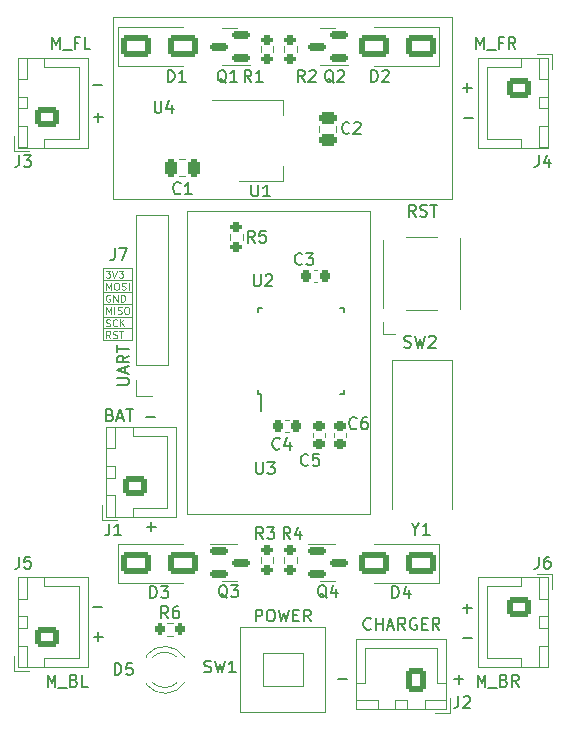
<source format=gto>
G04 #@! TF.GenerationSoftware,KiCad,Pcbnew,7.0.8*
G04 #@! TF.CreationDate,2024-02-21T14:18:38-03:00*
G04 #@! TF.ProjectId,Drone PCB,44726f6e-6520-4504-9342-2e6b69636164,1.0*
G04 #@! TF.SameCoordinates,Original*
G04 #@! TF.FileFunction,Legend,Top*
G04 #@! TF.FilePolarity,Positive*
%FSLAX46Y46*%
G04 Gerber Fmt 4.6, Leading zero omitted, Abs format (unit mm)*
G04 Created by KiCad (PCBNEW 7.0.8) date 2024-02-21 14:18:38*
%MOMM*%
%LPD*%
G01*
G04 APERTURE LIST*
G04 Aperture macros list*
%AMRoundRect*
0 Rectangle with rounded corners*
0 $1 Rounding radius*
0 $2 $3 $4 $5 $6 $7 $8 $9 X,Y pos of 4 corners*
0 Add a 4 corners polygon primitive as box body*
4,1,4,$2,$3,$4,$5,$6,$7,$8,$9,$2,$3,0*
0 Add four circle primitives for the rounded corners*
1,1,$1+$1,$2,$3*
1,1,$1+$1,$4,$5*
1,1,$1+$1,$6,$7*
1,1,$1+$1,$8,$9*
0 Add four rect primitives between the rounded corners*
20,1,$1+$1,$2,$3,$4,$5,0*
20,1,$1+$1,$4,$5,$6,$7,0*
20,1,$1+$1,$6,$7,$8,$9,0*
20,1,$1+$1,$8,$9,$2,$3,0*%
G04 Aperture macros list end*
%ADD10C,0.100000*%
%ADD11C,0.150000*%
%ADD12C,0.120000*%
%ADD13RoundRect,0.250000X0.750000X-0.600000X0.750000X0.600000X-0.750000X0.600000X-0.750000X-0.600000X0*%
%ADD14O,2.000000X1.700000*%
%ADD15RoundRect,0.250000X-1.000000X-0.650000X1.000000X-0.650000X1.000000X0.650000X-1.000000X0.650000X0*%
%ADD16R,1.800000X1.800000*%
%ADD17C,1.800000*%
%ADD18C,2.700000*%
%ADD19RoundRect,0.200000X0.275000X-0.200000X0.275000X0.200000X-0.275000X0.200000X-0.275000X-0.200000X0*%
%ADD20RoundRect,0.225000X-0.250000X0.225000X-0.250000X-0.225000X0.250000X-0.225000X0.250000X0.225000X0*%
%ADD21R,0.550000X1.600000*%
%ADD22R,1.600000X0.550000*%
%ADD23RoundRect,0.150000X0.587500X0.150000X-0.587500X0.150000X-0.587500X-0.150000X0.587500X-0.150000X0*%
%ADD24RoundRect,0.250000X-0.750000X0.600000X-0.750000X-0.600000X0.750000X-0.600000X0.750000X0.600000X0*%
%ADD25R,1.400000X1.600000*%
%ADD26RoundRect,0.225000X-0.225000X-0.250000X0.225000X-0.250000X0.225000X0.250000X-0.225000X0.250000X0*%
%ADD27RoundRect,0.200000X-0.275000X0.200000X-0.275000X-0.200000X0.275000X-0.200000X0.275000X0.200000X0*%
%ADD28RoundRect,0.200000X-0.200000X-0.275000X0.200000X-0.275000X0.200000X0.275000X-0.200000X0.275000X0*%
%ADD29RoundRect,0.250000X0.250000X0.475000X-0.250000X0.475000X-0.250000X-0.475000X0.250000X-0.475000X0*%
%ADD30R,2.000000X1.500000*%
%ADD31R,2.000000X3.800000*%
%ADD32R,2.000000X4.500000*%
%ADD33R,1.700000X1.700000*%
%ADD34O,1.700000X1.700000*%
%ADD35RoundRect,0.250000X0.475000X-0.250000X0.475000X0.250000X-0.475000X0.250000X-0.475000X-0.250000X0*%
%ADD36RoundRect,0.150000X-0.587500X-0.150000X0.587500X-0.150000X0.587500X0.150000X-0.587500X0.150000X0*%
%ADD37RoundRect,0.250000X1.000000X0.650000X-1.000000X0.650000X-1.000000X-0.650000X1.000000X-0.650000X0*%
%ADD38R,1.500000X1.500000*%
%ADD39C,1.500000*%
%ADD40RoundRect,0.250000X0.600000X0.750000X-0.600000X0.750000X-0.600000X-0.750000X0.600000X-0.750000X0*%
%ADD41O,1.700000X2.000000*%
G04 APERTURE END LIST*
D10*
X132325000Y-92079000D02*
X134801000Y-92079000D01*
X134825000Y-95122000D02*
X132325000Y-95122000D01*
X132325000Y-89024000D01*
X134825000Y-89024000D01*
X134825000Y-95122000D01*
X132325000Y-90040000D02*
X134801001Y-90040000D01*
X132325000Y-91056000D02*
X134801000Y-91056000D01*
X132351000Y-94129001D02*
X134801000Y-94129000D01*
X132351000Y-93129000D02*
X134801000Y-93129000D01*
X132619646Y-90850370D02*
X132619646Y-90250370D01*
X132619646Y-90250370D02*
X132819646Y-90678941D01*
X132819646Y-90678941D02*
X133019646Y-90250370D01*
X133019646Y-90250370D02*
X133019646Y-90850370D01*
X133419645Y-90250370D02*
X133533931Y-90250370D01*
X133533931Y-90250370D02*
X133591074Y-90278941D01*
X133591074Y-90278941D02*
X133648217Y-90336084D01*
X133648217Y-90336084D02*
X133676788Y-90450370D01*
X133676788Y-90450370D02*
X133676788Y-90650370D01*
X133676788Y-90650370D02*
X133648217Y-90764656D01*
X133648217Y-90764656D02*
X133591074Y-90821799D01*
X133591074Y-90821799D02*
X133533931Y-90850370D01*
X133533931Y-90850370D02*
X133419645Y-90850370D01*
X133419645Y-90850370D02*
X133362503Y-90821799D01*
X133362503Y-90821799D02*
X133305360Y-90764656D01*
X133305360Y-90764656D02*
X133276788Y-90650370D01*
X133276788Y-90650370D02*
X133276788Y-90450370D01*
X133276788Y-90450370D02*
X133305360Y-90336084D01*
X133305360Y-90336084D02*
X133362503Y-90278941D01*
X133362503Y-90278941D02*
X133419645Y-90250370D01*
X133905359Y-90821799D02*
X133991074Y-90850370D01*
X133991074Y-90850370D02*
X134133931Y-90850370D01*
X134133931Y-90850370D02*
X134191074Y-90821799D01*
X134191074Y-90821799D02*
X134219645Y-90793227D01*
X134219645Y-90793227D02*
X134248216Y-90736084D01*
X134248216Y-90736084D02*
X134248216Y-90678941D01*
X134248216Y-90678941D02*
X134219645Y-90621799D01*
X134219645Y-90621799D02*
X134191074Y-90593227D01*
X134191074Y-90593227D02*
X134133931Y-90564656D01*
X134133931Y-90564656D02*
X134019645Y-90536084D01*
X134019645Y-90536084D02*
X133962502Y-90507513D01*
X133962502Y-90507513D02*
X133933931Y-90478941D01*
X133933931Y-90478941D02*
X133905359Y-90421799D01*
X133905359Y-90421799D02*
X133905359Y-90364656D01*
X133905359Y-90364656D02*
X133933931Y-90307513D01*
X133933931Y-90307513D02*
X133962502Y-90278941D01*
X133962502Y-90278941D02*
X134019645Y-90250370D01*
X134019645Y-90250370D02*
X134162502Y-90250370D01*
X134162502Y-90250370D02*
X134248216Y-90278941D01*
X134505360Y-90850370D02*
X134505360Y-90250370D01*
X132619646Y-92900371D02*
X132619646Y-92300371D01*
X132619646Y-92300371D02*
X132819646Y-92728942D01*
X132819646Y-92728942D02*
X133019646Y-92300371D01*
X133019646Y-92300371D02*
X133019646Y-92900371D01*
X133305360Y-92900371D02*
X133305360Y-92300371D01*
X133562502Y-92871800D02*
X133648217Y-92900371D01*
X133648217Y-92900371D02*
X133791074Y-92900371D01*
X133791074Y-92900371D02*
X133848217Y-92871800D01*
X133848217Y-92871800D02*
X133876788Y-92843228D01*
X133876788Y-92843228D02*
X133905359Y-92786085D01*
X133905359Y-92786085D02*
X133905359Y-92728942D01*
X133905359Y-92728942D02*
X133876788Y-92671800D01*
X133876788Y-92671800D02*
X133848217Y-92643228D01*
X133848217Y-92643228D02*
X133791074Y-92614657D01*
X133791074Y-92614657D02*
X133676788Y-92586085D01*
X133676788Y-92586085D02*
X133619645Y-92557514D01*
X133619645Y-92557514D02*
X133591074Y-92528942D01*
X133591074Y-92528942D02*
X133562502Y-92471800D01*
X133562502Y-92471800D02*
X133562502Y-92414657D01*
X133562502Y-92414657D02*
X133591074Y-92357514D01*
X133591074Y-92357514D02*
X133619645Y-92328942D01*
X133619645Y-92328942D02*
X133676788Y-92300371D01*
X133676788Y-92300371D02*
X133819645Y-92300371D01*
X133819645Y-92300371D02*
X133905359Y-92328942D01*
X134276788Y-92300371D02*
X134391074Y-92300371D01*
X134391074Y-92300371D02*
X134448217Y-92328942D01*
X134448217Y-92328942D02*
X134505360Y-92386085D01*
X134505360Y-92386085D02*
X134533931Y-92500371D01*
X134533931Y-92500371D02*
X134533931Y-92700371D01*
X134533931Y-92700371D02*
X134505360Y-92814657D01*
X134505360Y-92814657D02*
X134448217Y-92871800D01*
X134448217Y-92871800D02*
X134391074Y-92900371D01*
X134391074Y-92900371D02*
X134276788Y-92900371D01*
X134276788Y-92900371D02*
X134219646Y-92871800D01*
X134219646Y-92871800D02*
X134162503Y-92814657D01*
X134162503Y-92814657D02*
X134133931Y-92700371D01*
X134133931Y-92700371D02*
X134133931Y-92500371D01*
X134133931Y-92500371D02*
X134162503Y-92386085D01*
X134162503Y-92386085D02*
X134219646Y-92328942D01*
X134219646Y-92328942D02*
X134276788Y-92300371D01*
X132562503Y-89234371D02*
X132933931Y-89234371D01*
X132933931Y-89234371D02*
X132733931Y-89462942D01*
X132733931Y-89462942D02*
X132819646Y-89462942D01*
X132819646Y-89462942D02*
X132876789Y-89491514D01*
X132876789Y-89491514D02*
X132905360Y-89520085D01*
X132905360Y-89520085D02*
X132933931Y-89577228D01*
X132933931Y-89577228D02*
X132933931Y-89720085D01*
X132933931Y-89720085D02*
X132905360Y-89777228D01*
X132905360Y-89777228D02*
X132876789Y-89805800D01*
X132876789Y-89805800D02*
X132819646Y-89834371D01*
X132819646Y-89834371D02*
X132648217Y-89834371D01*
X132648217Y-89834371D02*
X132591074Y-89805800D01*
X132591074Y-89805800D02*
X132562503Y-89777228D01*
X133105360Y-89234371D02*
X133305360Y-89834371D01*
X133305360Y-89834371D02*
X133505360Y-89234371D01*
X133648218Y-89234371D02*
X134019646Y-89234371D01*
X134019646Y-89234371D02*
X133819646Y-89462942D01*
X133819646Y-89462942D02*
X133905361Y-89462942D01*
X133905361Y-89462942D02*
X133962504Y-89491514D01*
X133962504Y-89491514D02*
X133991075Y-89520085D01*
X133991075Y-89520085D02*
X134019646Y-89577228D01*
X134019646Y-89577228D02*
X134019646Y-89720085D01*
X134019646Y-89720085D02*
X133991075Y-89777228D01*
X133991075Y-89777228D02*
X133962504Y-89805800D01*
X133962504Y-89805800D02*
X133905361Y-89834371D01*
X133905361Y-89834371D02*
X133733932Y-89834371D01*
X133733932Y-89834371D02*
X133676789Y-89805800D01*
X133676789Y-89805800D02*
X133648218Y-89777228D01*
X132933931Y-91294942D02*
X132876789Y-91266371D01*
X132876789Y-91266371D02*
X132791074Y-91266371D01*
X132791074Y-91266371D02*
X132705360Y-91294942D01*
X132705360Y-91294942D02*
X132648217Y-91352085D01*
X132648217Y-91352085D02*
X132619646Y-91409228D01*
X132619646Y-91409228D02*
X132591074Y-91523514D01*
X132591074Y-91523514D02*
X132591074Y-91609228D01*
X132591074Y-91609228D02*
X132619646Y-91723514D01*
X132619646Y-91723514D02*
X132648217Y-91780657D01*
X132648217Y-91780657D02*
X132705360Y-91837800D01*
X132705360Y-91837800D02*
X132791074Y-91866371D01*
X132791074Y-91866371D02*
X132848217Y-91866371D01*
X132848217Y-91866371D02*
X132933931Y-91837800D01*
X132933931Y-91837800D02*
X132962503Y-91809228D01*
X132962503Y-91809228D02*
X132962503Y-91609228D01*
X132962503Y-91609228D02*
X132848217Y-91609228D01*
X133219646Y-91866371D02*
X133219646Y-91266371D01*
X133219646Y-91266371D02*
X133562503Y-91866371D01*
X133562503Y-91866371D02*
X133562503Y-91266371D01*
X133848217Y-91866371D02*
X133848217Y-91266371D01*
X133848217Y-91266371D02*
X133991074Y-91266371D01*
X133991074Y-91266371D02*
X134076788Y-91294942D01*
X134076788Y-91294942D02*
X134133931Y-91352085D01*
X134133931Y-91352085D02*
X134162502Y-91409228D01*
X134162502Y-91409228D02*
X134191074Y-91523514D01*
X134191074Y-91523514D02*
X134191074Y-91609228D01*
X134191074Y-91609228D02*
X134162502Y-91723514D01*
X134162502Y-91723514D02*
X134133931Y-91780657D01*
X134133931Y-91780657D02*
X134076788Y-91837800D01*
X134076788Y-91837800D02*
X133991074Y-91866371D01*
X133991074Y-91866371D02*
X133848217Y-91866371D01*
X132591073Y-93921800D02*
X132676788Y-93950371D01*
X132676788Y-93950371D02*
X132819645Y-93950371D01*
X132819645Y-93950371D02*
X132876788Y-93921800D01*
X132876788Y-93921800D02*
X132905359Y-93893228D01*
X132905359Y-93893228D02*
X132933930Y-93836085D01*
X132933930Y-93836085D02*
X132933930Y-93778942D01*
X132933930Y-93778942D02*
X132905359Y-93721800D01*
X132905359Y-93721800D02*
X132876788Y-93693228D01*
X132876788Y-93693228D02*
X132819645Y-93664657D01*
X132819645Y-93664657D02*
X132705359Y-93636085D01*
X132705359Y-93636085D02*
X132648216Y-93607514D01*
X132648216Y-93607514D02*
X132619645Y-93578942D01*
X132619645Y-93578942D02*
X132591073Y-93521800D01*
X132591073Y-93521800D02*
X132591073Y-93464657D01*
X132591073Y-93464657D02*
X132619645Y-93407514D01*
X132619645Y-93407514D02*
X132648216Y-93378942D01*
X132648216Y-93378942D02*
X132705359Y-93350371D01*
X132705359Y-93350371D02*
X132848216Y-93350371D01*
X132848216Y-93350371D02*
X132933930Y-93378942D01*
X133533931Y-93893228D02*
X133505359Y-93921800D01*
X133505359Y-93921800D02*
X133419645Y-93950371D01*
X133419645Y-93950371D02*
X133362502Y-93950371D01*
X133362502Y-93950371D02*
X133276788Y-93921800D01*
X133276788Y-93921800D02*
X133219645Y-93864657D01*
X133219645Y-93864657D02*
X133191074Y-93807514D01*
X133191074Y-93807514D02*
X133162502Y-93693228D01*
X133162502Y-93693228D02*
X133162502Y-93607514D01*
X133162502Y-93607514D02*
X133191074Y-93493228D01*
X133191074Y-93493228D02*
X133219645Y-93436085D01*
X133219645Y-93436085D02*
X133276788Y-93378942D01*
X133276788Y-93378942D02*
X133362502Y-93350371D01*
X133362502Y-93350371D02*
X133419645Y-93350371D01*
X133419645Y-93350371D02*
X133505359Y-93378942D01*
X133505359Y-93378942D02*
X133533931Y-93407514D01*
X133791074Y-93950371D02*
X133791074Y-93350371D01*
X134133931Y-93950371D02*
X133876788Y-93607514D01*
X134133931Y-93350371D02*
X133791074Y-93693228D01*
X132962503Y-94950371D02*
X132762503Y-94664657D01*
X132619646Y-94950371D02*
X132619646Y-94350371D01*
X132619646Y-94350371D02*
X132848217Y-94350371D01*
X132848217Y-94350371D02*
X132905360Y-94378942D01*
X132905360Y-94378942D02*
X132933931Y-94407514D01*
X132933931Y-94407514D02*
X132962503Y-94464657D01*
X132962503Y-94464657D02*
X132962503Y-94550371D01*
X132962503Y-94550371D02*
X132933931Y-94607514D01*
X132933931Y-94607514D02*
X132905360Y-94636085D01*
X132905360Y-94636085D02*
X132848217Y-94664657D01*
X132848217Y-94664657D02*
X132619646Y-94664657D01*
X133191074Y-94921800D02*
X133276789Y-94950371D01*
X133276789Y-94950371D02*
X133419646Y-94950371D01*
X133419646Y-94950371D02*
X133476789Y-94921800D01*
X133476789Y-94921800D02*
X133505360Y-94893228D01*
X133505360Y-94893228D02*
X133533931Y-94836085D01*
X133533931Y-94836085D02*
X133533931Y-94778942D01*
X133533931Y-94778942D02*
X133505360Y-94721800D01*
X133505360Y-94721800D02*
X133476789Y-94693228D01*
X133476789Y-94693228D02*
X133419646Y-94664657D01*
X133419646Y-94664657D02*
X133305360Y-94636085D01*
X133305360Y-94636085D02*
X133248217Y-94607514D01*
X133248217Y-94607514D02*
X133219646Y-94578942D01*
X133219646Y-94578942D02*
X133191074Y-94521800D01*
X133191074Y-94521800D02*
X133191074Y-94464657D01*
X133191074Y-94464657D02*
X133219646Y-94407514D01*
X133219646Y-94407514D02*
X133248217Y-94378942D01*
X133248217Y-94378942D02*
X133305360Y-94350371D01*
X133305360Y-94350371D02*
X133448217Y-94350371D01*
X133448217Y-94350371D02*
X133533931Y-94378942D01*
X133705360Y-94350371D02*
X134048218Y-94350371D01*
X133876789Y-94950371D02*
X133876789Y-94350371D01*
D11*
X125229666Y-113461819D02*
X125229666Y-114176104D01*
X125229666Y-114176104D02*
X125182047Y-114318961D01*
X125182047Y-114318961D02*
X125086809Y-114414200D01*
X125086809Y-114414200D02*
X124943952Y-114461819D01*
X124943952Y-114461819D02*
X124848714Y-114461819D01*
X126182047Y-113461819D02*
X125705857Y-113461819D01*
X125705857Y-113461819D02*
X125658238Y-113938009D01*
X125658238Y-113938009D02*
X125705857Y-113890390D01*
X125705857Y-113890390D02*
X125801095Y-113842771D01*
X125801095Y-113842771D02*
X126039190Y-113842771D01*
X126039190Y-113842771D02*
X126134428Y-113890390D01*
X126134428Y-113890390D02*
X126182047Y-113938009D01*
X126182047Y-113938009D02*
X126229666Y-114033247D01*
X126229666Y-114033247D02*
X126229666Y-114271342D01*
X126229666Y-114271342D02*
X126182047Y-114366580D01*
X126182047Y-114366580D02*
X126134428Y-114414200D01*
X126134428Y-114414200D02*
X126039190Y-114461819D01*
X126039190Y-114461819D02*
X125801095Y-114461819D01*
X125801095Y-114461819D02*
X125705857Y-114414200D01*
X125705857Y-114414200D02*
X125658238Y-114366580D01*
X127643952Y-124461819D02*
X127643952Y-123461819D01*
X127643952Y-123461819D02*
X127977285Y-124176104D01*
X127977285Y-124176104D02*
X128310618Y-123461819D01*
X128310618Y-123461819D02*
X128310618Y-124461819D01*
X128548714Y-124557057D02*
X129310618Y-124557057D01*
X129882047Y-123938009D02*
X130024904Y-123985628D01*
X130024904Y-123985628D02*
X130072523Y-124033247D01*
X130072523Y-124033247D02*
X130120142Y-124128485D01*
X130120142Y-124128485D02*
X130120142Y-124271342D01*
X130120142Y-124271342D02*
X130072523Y-124366580D01*
X130072523Y-124366580D02*
X130024904Y-124414200D01*
X130024904Y-124414200D02*
X129929666Y-124461819D01*
X129929666Y-124461819D02*
X129548714Y-124461819D01*
X129548714Y-124461819D02*
X129548714Y-123461819D01*
X129548714Y-123461819D02*
X129882047Y-123461819D01*
X129882047Y-123461819D02*
X129977285Y-123509438D01*
X129977285Y-123509438D02*
X130024904Y-123557057D01*
X130024904Y-123557057D02*
X130072523Y-123652295D01*
X130072523Y-123652295D02*
X130072523Y-123747533D01*
X130072523Y-123747533D02*
X130024904Y-123842771D01*
X130024904Y-123842771D02*
X129977285Y-123890390D01*
X129977285Y-123890390D02*
X129882047Y-123938009D01*
X129882047Y-123938009D02*
X129548714Y-123938009D01*
X131024904Y-124461819D02*
X130548714Y-124461819D01*
X130548714Y-124461819D02*
X130548714Y-123461819D01*
X132243951Y-117683133D02*
X131482047Y-117683133D01*
X131936866Y-120637952D02*
X131936866Y-119876048D01*
X132317819Y-120257000D02*
X131555914Y-120257000D01*
X137824905Y-73261819D02*
X137824905Y-72261819D01*
X137824905Y-72261819D02*
X138063000Y-72261819D01*
X138063000Y-72261819D02*
X138205857Y-72309438D01*
X138205857Y-72309438D02*
X138301095Y-72404676D01*
X138301095Y-72404676D02*
X138348714Y-72499914D01*
X138348714Y-72499914D02*
X138396333Y-72690390D01*
X138396333Y-72690390D02*
X138396333Y-72833247D01*
X138396333Y-72833247D02*
X138348714Y-73023723D01*
X138348714Y-73023723D02*
X138301095Y-73118961D01*
X138301095Y-73118961D02*
X138205857Y-73214200D01*
X138205857Y-73214200D02*
X138063000Y-73261819D01*
X138063000Y-73261819D02*
X137824905Y-73261819D01*
X139348714Y-73261819D02*
X138777286Y-73261819D01*
X139063000Y-73261819D02*
X139063000Y-72261819D01*
X139063000Y-72261819D02*
X138967762Y-72404676D01*
X138967762Y-72404676D02*
X138872524Y-72499914D01*
X138872524Y-72499914D02*
X138777286Y-72547533D01*
X133324905Y-123461819D02*
X133324905Y-122461819D01*
X133324905Y-122461819D02*
X133563000Y-122461819D01*
X133563000Y-122461819D02*
X133705857Y-122509438D01*
X133705857Y-122509438D02*
X133801095Y-122604676D01*
X133801095Y-122604676D02*
X133848714Y-122699914D01*
X133848714Y-122699914D02*
X133896333Y-122890390D01*
X133896333Y-122890390D02*
X133896333Y-123033247D01*
X133896333Y-123033247D02*
X133848714Y-123223723D01*
X133848714Y-123223723D02*
X133801095Y-123318961D01*
X133801095Y-123318961D02*
X133705857Y-123414200D01*
X133705857Y-123414200D02*
X133563000Y-123461819D01*
X133563000Y-123461819D02*
X133324905Y-123461819D01*
X134801095Y-122461819D02*
X134324905Y-122461819D01*
X134324905Y-122461819D02*
X134277286Y-122938009D01*
X134277286Y-122938009D02*
X134324905Y-122890390D01*
X134324905Y-122890390D02*
X134420143Y-122842771D01*
X134420143Y-122842771D02*
X134658238Y-122842771D01*
X134658238Y-122842771D02*
X134753476Y-122890390D01*
X134753476Y-122890390D02*
X134801095Y-122938009D01*
X134801095Y-122938009D02*
X134848714Y-123033247D01*
X134848714Y-123033247D02*
X134848714Y-123271342D01*
X134848714Y-123271342D02*
X134801095Y-123366580D01*
X134801095Y-123366580D02*
X134753476Y-123414200D01*
X134753476Y-123414200D02*
X134658238Y-123461819D01*
X134658238Y-123461819D02*
X134420143Y-123461819D01*
X134420143Y-123461819D02*
X134324905Y-123414200D01*
X134324905Y-123414200D02*
X134277286Y-123366580D01*
X144896333Y-73261819D02*
X144563000Y-72785628D01*
X144324905Y-73261819D02*
X144324905Y-72261819D01*
X144324905Y-72261819D02*
X144705857Y-72261819D01*
X144705857Y-72261819D02*
X144801095Y-72309438D01*
X144801095Y-72309438D02*
X144848714Y-72357057D01*
X144848714Y-72357057D02*
X144896333Y-72452295D01*
X144896333Y-72452295D02*
X144896333Y-72595152D01*
X144896333Y-72595152D02*
X144848714Y-72690390D01*
X144848714Y-72690390D02*
X144801095Y-72738009D01*
X144801095Y-72738009D02*
X144705857Y-72785628D01*
X144705857Y-72785628D02*
X144324905Y-72785628D01*
X145848714Y-73261819D02*
X145277286Y-73261819D01*
X145563000Y-73261819D02*
X145563000Y-72261819D01*
X145563000Y-72261819D02*
X145467762Y-72404676D01*
X145467762Y-72404676D02*
X145372524Y-72499914D01*
X145372524Y-72499914D02*
X145277286Y-72547533D01*
X153796333Y-102566580D02*
X153748714Y-102614200D01*
X153748714Y-102614200D02*
X153605857Y-102661819D01*
X153605857Y-102661819D02*
X153510619Y-102661819D01*
X153510619Y-102661819D02*
X153367762Y-102614200D01*
X153367762Y-102614200D02*
X153272524Y-102518961D01*
X153272524Y-102518961D02*
X153224905Y-102423723D01*
X153224905Y-102423723D02*
X153177286Y-102233247D01*
X153177286Y-102233247D02*
X153177286Y-102090390D01*
X153177286Y-102090390D02*
X153224905Y-101899914D01*
X153224905Y-101899914D02*
X153272524Y-101804676D01*
X153272524Y-101804676D02*
X153367762Y-101709438D01*
X153367762Y-101709438D02*
X153510619Y-101661819D01*
X153510619Y-101661819D02*
X153605857Y-101661819D01*
X153605857Y-101661819D02*
X153748714Y-101709438D01*
X153748714Y-101709438D02*
X153796333Y-101757057D01*
X154653476Y-101661819D02*
X154463000Y-101661819D01*
X154463000Y-101661819D02*
X154367762Y-101709438D01*
X154367762Y-101709438D02*
X154320143Y-101757057D01*
X154320143Y-101757057D02*
X154224905Y-101899914D01*
X154224905Y-101899914D02*
X154177286Y-102090390D01*
X154177286Y-102090390D02*
X154177286Y-102471342D01*
X154177286Y-102471342D02*
X154224905Y-102566580D01*
X154224905Y-102566580D02*
X154272524Y-102614200D01*
X154272524Y-102614200D02*
X154367762Y-102661819D01*
X154367762Y-102661819D02*
X154558238Y-102661819D01*
X154558238Y-102661819D02*
X154653476Y-102614200D01*
X154653476Y-102614200D02*
X154701095Y-102566580D01*
X154701095Y-102566580D02*
X154748714Y-102471342D01*
X154748714Y-102471342D02*
X154748714Y-102233247D01*
X154748714Y-102233247D02*
X154701095Y-102138009D01*
X154701095Y-102138009D02*
X154653476Y-102090390D01*
X154653476Y-102090390D02*
X154558238Y-102042771D01*
X154558238Y-102042771D02*
X154367762Y-102042771D01*
X154367762Y-102042771D02*
X154272524Y-102090390D01*
X154272524Y-102090390D02*
X154224905Y-102138009D01*
X154224905Y-102138009D02*
X154177286Y-102233247D01*
X145101095Y-89561819D02*
X145101095Y-90371342D01*
X145101095Y-90371342D02*
X145148714Y-90466580D01*
X145148714Y-90466580D02*
X145196333Y-90514200D01*
X145196333Y-90514200D02*
X145291571Y-90561819D01*
X145291571Y-90561819D02*
X145482047Y-90561819D01*
X145482047Y-90561819D02*
X145577285Y-90514200D01*
X145577285Y-90514200D02*
X145624904Y-90466580D01*
X145624904Y-90466580D02*
X145672523Y-90371342D01*
X145672523Y-90371342D02*
X145672523Y-89561819D01*
X146101095Y-89657057D02*
X146148714Y-89609438D01*
X146148714Y-89609438D02*
X146243952Y-89561819D01*
X146243952Y-89561819D02*
X146482047Y-89561819D01*
X146482047Y-89561819D02*
X146577285Y-89609438D01*
X146577285Y-89609438D02*
X146624904Y-89657057D01*
X146624904Y-89657057D02*
X146672523Y-89752295D01*
X146672523Y-89752295D02*
X146672523Y-89847533D01*
X146672523Y-89847533D02*
X146624904Y-89990390D01*
X146624904Y-89990390D02*
X146053476Y-90561819D01*
X146053476Y-90561819D02*
X146672523Y-90561819D01*
X142767761Y-73357057D02*
X142672523Y-73309438D01*
X142672523Y-73309438D02*
X142577285Y-73214200D01*
X142577285Y-73214200D02*
X142434428Y-73071342D01*
X142434428Y-73071342D02*
X142339190Y-73023723D01*
X142339190Y-73023723D02*
X142243952Y-73023723D01*
X142291571Y-73261819D02*
X142196333Y-73214200D01*
X142196333Y-73214200D02*
X142101095Y-73118961D01*
X142101095Y-73118961D02*
X142053476Y-72928485D01*
X142053476Y-72928485D02*
X142053476Y-72595152D01*
X142053476Y-72595152D02*
X142101095Y-72404676D01*
X142101095Y-72404676D02*
X142196333Y-72309438D01*
X142196333Y-72309438D02*
X142291571Y-72261819D01*
X142291571Y-72261819D02*
X142482047Y-72261819D01*
X142482047Y-72261819D02*
X142577285Y-72309438D01*
X142577285Y-72309438D02*
X142672523Y-72404676D01*
X142672523Y-72404676D02*
X142720142Y-72595152D01*
X142720142Y-72595152D02*
X142720142Y-72928485D01*
X142720142Y-72928485D02*
X142672523Y-73118961D01*
X142672523Y-73118961D02*
X142577285Y-73214200D01*
X142577285Y-73214200D02*
X142482047Y-73261819D01*
X142482047Y-73261819D02*
X142291571Y-73261819D01*
X143672523Y-73261819D02*
X143101095Y-73261819D01*
X143386809Y-73261819D02*
X143386809Y-72261819D01*
X143386809Y-72261819D02*
X143291571Y-72404676D01*
X143291571Y-72404676D02*
X143196333Y-72499914D01*
X143196333Y-72499914D02*
X143101095Y-72547533D01*
X169229666Y-113461819D02*
X169229666Y-114176104D01*
X169229666Y-114176104D02*
X169182047Y-114318961D01*
X169182047Y-114318961D02*
X169086809Y-114414200D01*
X169086809Y-114414200D02*
X168943952Y-114461819D01*
X168943952Y-114461819D02*
X168848714Y-114461819D01*
X170134428Y-113461819D02*
X169943952Y-113461819D01*
X169943952Y-113461819D02*
X169848714Y-113509438D01*
X169848714Y-113509438D02*
X169801095Y-113557057D01*
X169801095Y-113557057D02*
X169705857Y-113699914D01*
X169705857Y-113699914D02*
X169658238Y-113890390D01*
X169658238Y-113890390D02*
X169658238Y-114271342D01*
X169658238Y-114271342D02*
X169705857Y-114366580D01*
X169705857Y-114366580D02*
X169753476Y-114414200D01*
X169753476Y-114414200D02*
X169848714Y-114461819D01*
X169848714Y-114461819D02*
X170039190Y-114461819D01*
X170039190Y-114461819D02*
X170134428Y-114414200D01*
X170134428Y-114414200D02*
X170182047Y-114366580D01*
X170182047Y-114366580D02*
X170229666Y-114271342D01*
X170229666Y-114271342D02*
X170229666Y-114033247D01*
X170229666Y-114033247D02*
X170182047Y-113938009D01*
X170182047Y-113938009D02*
X170134428Y-113890390D01*
X170134428Y-113890390D02*
X170039190Y-113842771D01*
X170039190Y-113842771D02*
X169848714Y-113842771D01*
X169848714Y-113842771D02*
X169753476Y-113890390D01*
X169753476Y-113890390D02*
X169705857Y-113938009D01*
X169705857Y-113938009D02*
X169658238Y-114033247D01*
X164048714Y-124461819D02*
X164048714Y-123461819D01*
X164048714Y-123461819D02*
X164382047Y-124176104D01*
X164382047Y-124176104D02*
X164715380Y-123461819D01*
X164715380Y-123461819D02*
X164715380Y-124461819D01*
X164953476Y-124557057D02*
X165715380Y-124557057D01*
X166286809Y-123938009D02*
X166429666Y-123985628D01*
X166429666Y-123985628D02*
X166477285Y-124033247D01*
X166477285Y-124033247D02*
X166524904Y-124128485D01*
X166524904Y-124128485D02*
X166524904Y-124271342D01*
X166524904Y-124271342D02*
X166477285Y-124366580D01*
X166477285Y-124366580D02*
X166429666Y-124414200D01*
X166429666Y-124414200D02*
X166334428Y-124461819D01*
X166334428Y-124461819D02*
X165953476Y-124461819D01*
X165953476Y-124461819D02*
X165953476Y-123461819D01*
X165953476Y-123461819D02*
X166286809Y-123461819D01*
X166286809Y-123461819D02*
X166382047Y-123509438D01*
X166382047Y-123509438D02*
X166429666Y-123557057D01*
X166429666Y-123557057D02*
X166477285Y-123652295D01*
X166477285Y-123652295D02*
X166477285Y-123747533D01*
X166477285Y-123747533D02*
X166429666Y-123842771D01*
X166429666Y-123842771D02*
X166382047Y-123890390D01*
X166382047Y-123890390D02*
X166286809Y-123938009D01*
X166286809Y-123938009D02*
X165953476Y-123938009D01*
X167524904Y-124461819D02*
X167191571Y-123985628D01*
X166953476Y-124461819D02*
X166953476Y-123461819D01*
X166953476Y-123461819D02*
X167334428Y-123461819D01*
X167334428Y-123461819D02*
X167429666Y-123509438D01*
X167429666Y-123509438D02*
X167477285Y-123557057D01*
X167477285Y-123557057D02*
X167524904Y-123652295D01*
X167524904Y-123652295D02*
X167524904Y-123795152D01*
X167524904Y-123795152D02*
X167477285Y-123890390D01*
X167477285Y-123890390D02*
X167429666Y-123938009D01*
X167429666Y-123938009D02*
X167334428Y-123985628D01*
X167334428Y-123985628D02*
X166953476Y-123985628D01*
X162782048Y-117830866D02*
X163543953Y-117830866D01*
X163163000Y-118211819D02*
X163163000Y-117449914D01*
X162782048Y-120330866D02*
X163543953Y-120330866D01*
X157829667Y-95714200D02*
X157972524Y-95761819D01*
X157972524Y-95761819D02*
X158210619Y-95761819D01*
X158210619Y-95761819D02*
X158305857Y-95714200D01*
X158305857Y-95714200D02*
X158353476Y-95666580D01*
X158353476Y-95666580D02*
X158401095Y-95571342D01*
X158401095Y-95571342D02*
X158401095Y-95476104D01*
X158401095Y-95476104D02*
X158353476Y-95380866D01*
X158353476Y-95380866D02*
X158305857Y-95333247D01*
X158305857Y-95333247D02*
X158210619Y-95285628D01*
X158210619Y-95285628D02*
X158020143Y-95238009D01*
X158020143Y-95238009D02*
X157924905Y-95190390D01*
X157924905Y-95190390D02*
X157877286Y-95142771D01*
X157877286Y-95142771D02*
X157829667Y-95047533D01*
X157829667Y-95047533D02*
X157829667Y-94952295D01*
X157829667Y-94952295D02*
X157877286Y-94857057D01*
X157877286Y-94857057D02*
X157924905Y-94809438D01*
X157924905Y-94809438D02*
X158020143Y-94761819D01*
X158020143Y-94761819D02*
X158258238Y-94761819D01*
X158258238Y-94761819D02*
X158401095Y-94809438D01*
X158734429Y-94761819D02*
X158972524Y-95761819D01*
X158972524Y-95761819D02*
X159163000Y-95047533D01*
X159163000Y-95047533D02*
X159353476Y-95761819D01*
X159353476Y-95761819D02*
X159591572Y-94761819D01*
X159924905Y-94857057D02*
X159972524Y-94809438D01*
X159972524Y-94809438D02*
X160067762Y-94761819D01*
X160067762Y-94761819D02*
X160305857Y-94761819D01*
X160305857Y-94761819D02*
X160401095Y-94809438D01*
X160401095Y-94809438D02*
X160448714Y-94857057D01*
X160448714Y-94857057D02*
X160496333Y-94952295D01*
X160496333Y-94952295D02*
X160496333Y-95047533D01*
X160496333Y-95047533D02*
X160448714Y-95190390D01*
X160448714Y-95190390D02*
X159877286Y-95761819D01*
X159877286Y-95761819D02*
X160496333Y-95761819D01*
X158815380Y-84661819D02*
X158482047Y-84185628D01*
X158243952Y-84661819D02*
X158243952Y-83661819D01*
X158243952Y-83661819D02*
X158624904Y-83661819D01*
X158624904Y-83661819D02*
X158720142Y-83709438D01*
X158720142Y-83709438D02*
X158767761Y-83757057D01*
X158767761Y-83757057D02*
X158815380Y-83852295D01*
X158815380Y-83852295D02*
X158815380Y-83995152D01*
X158815380Y-83995152D02*
X158767761Y-84090390D01*
X158767761Y-84090390D02*
X158720142Y-84138009D01*
X158720142Y-84138009D02*
X158624904Y-84185628D01*
X158624904Y-84185628D02*
X158243952Y-84185628D01*
X159196333Y-84614200D02*
X159339190Y-84661819D01*
X159339190Y-84661819D02*
X159577285Y-84661819D01*
X159577285Y-84661819D02*
X159672523Y-84614200D01*
X159672523Y-84614200D02*
X159720142Y-84566580D01*
X159720142Y-84566580D02*
X159767761Y-84471342D01*
X159767761Y-84471342D02*
X159767761Y-84376104D01*
X159767761Y-84376104D02*
X159720142Y-84280866D01*
X159720142Y-84280866D02*
X159672523Y-84233247D01*
X159672523Y-84233247D02*
X159577285Y-84185628D01*
X159577285Y-84185628D02*
X159386809Y-84138009D01*
X159386809Y-84138009D02*
X159291571Y-84090390D01*
X159291571Y-84090390D02*
X159243952Y-84042771D01*
X159243952Y-84042771D02*
X159196333Y-83947533D01*
X159196333Y-83947533D02*
X159196333Y-83852295D01*
X159196333Y-83852295D02*
X159243952Y-83757057D01*
X159243952Y-83757057D02*
X159291571Y-83709438D01*
X159291571Y-83709438D02*
X159386809Y-83661819D01*
X159386809Y-83661819D02*
X159624904Y-83661819D01*
X159624904Y-83661819D02*
X159767761Y-83709438D01*
X160053476Y-83661819D02*
X160624904Y-83661819D01*
X160339190Y-84661819D02*
X160339190Y-83661819D01*
X147296333Y-104290578D02*
X147248714Y-104338198D01*
X147248714Y-104338198D02*
X147105857Y-104385817D01*
X147105857Y-104385817D02*
X147010619Y-104385817D01*
X147010619Y-104385817D02*
X146867762Y-104338198D01*
X146867762Y-104338198D02*
X146772524Y-104242959D01*
X146772524Y-104242959D02*
X146724905Y-104147721D01*
X146724905Y-104147721D02*
X146677286Y-103957245D01*
X146677286Y-103957245D02*
X146677286Y-103814388D01*
X146677286Y-103814388D02*
X146724905Y-103623912D01*
X146724905Y-103623912D02*
X146772524Y-103528674D01*
X146772524Y-103528674D02*
X146867762Y-103433436D01*
X146867762Y-103433436D02*
X147010619Y-103385817D01*
X147010619Y-103385817D02*
X147105857Y-103385817D01*
X147105857Y-103385817D02*
X147248714Y-103433436D01*
X147248714Y-103433436D02*
X147296333Y-103481055D01*
X148153476Y-103719150D02*
X148153476Y-104385817D01*
X147915381Y-103338198D02*
X147677286Y-104052483D01*
X147677286Y-104052483D02*
X148296333Y-104052483D01*
X125229666Y-79461819D02*
X125229666Y-80176104D01*
X125229666Y-80176104D02*
X125182047Y-80318961D01*
X125182047Y-80318961D02*
X125086809Y-80414200D01*
X125086809Y-80414200D02*
X124943952Y-80461819D01*
X124943952Y-80461819D02*
X124848714Y-80461819D01*
X125610619Y-79461819D02*
X126229666Y-79461819D01*
X126229666Y-79461819D02*
X125896333Y-79842771D01*
X125896333Y-79842771D02*
X126039190Y-79842771D01*
X126039190Y-79842771D02*
X126134428Y-79890390D01*
X126134428Y-79890390D02*
X126182047Y-79938009D01*
X126182047Y-79938009D02*
X126229666Y-80033247D01*
X126229666Y-80033247D02*
X126229666Y-80271342D01*
X126229666Y-80271342D02*
X126182047Y-80366580D01*
X126182047Y-80366580D02*
X126134428Y-80414200D01*
X126134428Y-80414200D02*
X126039190Y-80461819D01*
X126039190Y-80461819D02*
X125753476Y-80461819D01*
X125753476Y-80461819D02*
X125658238Y-80414200D01*
X125658238Y-80414200D02*
X125610619Y-80366580D01*
X132243952Y-73533133D02*
X131482048Y-73533133D01*
X131936866Y-76637952D02*
X131936866Y-75876048D01*
X132317819Y-76257000D02*
X131555914Y-76257000D01*
X128015381Y-70461819D02*
X128015381Y-69461819D01*
X128015381Y-69461819D02*
X128348714Y-70176104D01*
X128348714Y-70176104D02*
X128682047Y-69461819D01*
X128682047Y-69461819D02*
X128682047Y-70461819D01*
X128920143Y-70557057D02*
X129682047Y-70557057D01*
X130253476Y-69938009D02*
X129920143Y-69938009D01*
X129920143Y-70461819D02*
X129920143Y-69461819D01*
X129920143Y-69461819D02*
X130396333Y-69461819D01*
X131253476Y-70461819D02*
X130777286Y-70461819D01*
X130777286Y-70461819D02*
X130777286Y-69461819D01*
X148196333Y-111961819D02*
X147863000Y-111485628D01*
X147624905Y-111961819D02*
X147624905Y-110961819D01*
X147624905Y-110961819D02*
X148005857Y-110961819D01*
X148005857Y-110961819D02*
X148101095Y-111009438D01*
X148101095Y-111009438D02*
X148148714Y-111057057D01*
X148148714Y-111057057D02*
X148196333Y-111152295D01*
X148196333Y-111152295D02*
X148196333Y-111295152D01*
X148196333Y-111295152D02*
X148148714Y-111390390D01*
X148148714Y-111390390D02*
X148101095Y-111438009D01*
X148101095Y-111438009D02*
X148005857Y-111485628D01*
X148005857Y-111485628D02*
X147624905Y-111485628D01*
X149053476Y-111295152D02*
X149053476Y-111961819D01*
X148815381Y-110914200D02*
X148577286Y-111628485D01*
X148577286Y-111628485D02*
X149196333Y-111628485D01*
X151867761Y-73357057D02*
X151772523Y-73309438D01*
X151772523Y-73309438D02*
X151677285Y-73214200D01*
X151677285Y-73214200D02*
X151534428Y-73071342D01*
X151534428Y-73071342D02*
X151439190Y-73023723D01*
X151439190Y-73023723D02*
X151343952Y-73023723D01*
X151391571Y-73261819D02*
X151296333Y-73214200D01*
X151296333Y-73214200D02*
X151201095Y-73118961D01*
X151201095Y-73118961D02*
X151153476Y-72928485D01*
X151153476Y-72928485D02*
X151153476Y-72595152D01*
X151153476Y-72595152D02*
X151201095Y-72404676D01*
X151201095Y-72404676D02*
X151296333Y-72309438D01*
X151296333Y-72309438D02*
X151391571Y-72261819D01*
X151391571Y-72261819D02*
X151582047Y-72261819D01*
X151582047Y-72261819D02*
X151677285Y-72309438D01*
X151677285Y-72309438D02*
X151772523Y-72404676D01*
X151772523Y-72404676D02*
X151820142Y-72595152D01*
X151820142Y-72595152D02*
X151820142Y-72928485D01*
X151820142Y-72928485D02*
X151772523Y-73118961D01*
X151772523Y-73118961D02*
X151677285Y-73214200D01*
X151677285Y-73214200D02*
X151582047Y-73261819D01*
X151582047Y-73261819D02*
X151391571Y-73261819D01*
X152201095Y-72357057D02*
X152248714Y-72309438D01*
X152248714Y-72309438D02*
X152343952Y-72261819D01*
X152343952Y-72261819D02*
X152582047Y-72261819D01*
X152582047Y-72261819D02*
X152677285Y-72309438D01*
X152677285Y-72309438D02*
X152724904Y-72357057D01*
X152724904Y-72357057D02*
X152772523Y-72452295D01*
X152772523Y-72452295D02*
X152772523Y-72547533D01*
X152772523Y-72547533D02*
X152724904Y-72690390D01*
X152724904Y-72690390D02*
X152153476Y-73261819D01*
X152153476Y-73261819D02*
X152772523Y-73261819D01*
X132877285Y-110661819D02*
X132877285Y-111376104D01*
X132877285Y-111376104D02*
X132829666Y-111518961D01*
X132829666Y-111518961D02*
X132734428Y-111614200D01*
X132734428Y-111614200D02*
X132591571Y-111661819D01*
X132591571Y-111661819D02*
X132496333Y-111661819D01*
X133877285Y-111661819D02*
X133305857Y-111661819D01*
X133591571Y-111661819D02*
X133591571Y-110661819D01*
X133591571Y-110661819D02*
X133496333Y-110804676D01*
X133496333Y-110804676D02*
X133401095Y-110899914D01*
X133401095Y-110899914D02*
X133305857Y-110947533D01*
X136436866Y-111287951D02*
X136436866Y-110526047D01*
X136817819Y-110906999D02*
X136055914Y-110906999D01*
X132924904Y-101438009D02*
X133067761Y-101485628D01*
X133067761Y-101485628D02*
X133115380Y-101533247D01*
X133115380Y-101533247D02*
X133162999Y-101628485D01*
X133162999Y-101628485D02*
X133162999Y-101771342D01*
X133162999Y-101771342D02*
X133115380Y-101866580D01*
X133115380Y-101866580D02*
X133067761Y-101914200D01*
X133067761Y-101914200D02*
X132972523Y-101961819D01*
X132972523Y-101961819D02*
X132591571Y-101961819D01*
X132591571Y-101961819D02*
X132591571Y-100961819D01*
X132591571Y-100961819D02*
X132924904Y-100961819D01*
X132924904Y-100961819D02*
X133020142Y-101009438D01*
X133020142Y-101009438D02*
X133067761Y-101057057D01*
X133067761Y-101057057D02*
X133115380Y-101152295D01*
X133115380Y-101152295D02*
X133115380Y-101247533D01*
X133115380Y-101247533D02*
X133067761Y-101342771D01*
X133067761Y-101342771D02*
X133020142Y-101390390D01*
X133020142Y-101390390D02*
X132924904Y-101438009D01*
X132924904Y-101438009D02*
X132591571Y-101438009D01*
X133543952Y-101676104D02*
X134020142Y-101676104D01*
X133448714Y-101961819D02*
X133782047Y-100961819D01*
X133782047Y-100961819D02*
X134115380Y-101961819D01*
X134305857Y-100961819D02*
X134877285Y-100961819D01*
X134591571Y-101961819D02*
X134591571Y-100961819D01*
X136743952Y-101633133D02*
X135982048Y-101633133D01*
X137841333Y-118661819D02*
X137508000Y-118185628D01*
X137269905Y-118661819D02*
X137269905Y-117661819D01*
X137269905Y-117661819D02*
X137650857Y-117661819D01*
X137650857Y-117661819D02*
X137746095Y-117709438D01*
X137746095Y-117709438D02*
X137793714Y-117757057D01*
X137793714Y-117757057D02*
X137841333Y-117852295D01*
X137841333Y-117852295D02*
X137841333Y-117995152D01*
X137841333Y-117995152D02*
X137793714Y-118090390D01*
X137793714Y-118090390D02*
X137746095Y-118138009D01*
X137746095Y-118138009D02*
X137650857Y-118185628D01*
X137650857Y-118185628D02*
X137269905Y-118185628D01*
X138698476Y-117661819D02*
X138508000Y-117661819D01*
X138508000Y-117661819D02*
X138412762Y-117709438D01*
X138412762Y-117709438D02*
X138365143Y-117757057D01*
X138365143Y-117757057D02*
X138269905Y-117899914D01*
X138269905Y-117899914D02*
X138222286Y-118090390D01*
X138222286Y-118090390D02*
X138222286Y-118471342D01*
X138222286Y-118471342D02*
X138269905Y-118566580D01*
X138269905Y-118566580D02*
X138317524Y-118614200D01*
X138317524Y-118614200D02*
X138412762Y-118661819D01*
X138412762Y-118661819D02*
X138603238Y-118661819D01*
X138603238Y-118661819D02*
X138698476Y-118614200D01*
X138698476Y-118614200D02*
X138746095Y-118566580D01*
X138746095Y-118566580D02*
X138793714Y-118471342D01*
X138793714Y-118471342D02*
X138793714Y-118233247D01*
X138793714Y-118233247D02*
X138746095Y-118138009D01*
X138746095Y-118138009D02*
X138698476Y-118090390D01*
X138698476Y-118090390D02*
X138603238Y-118042771D01*
X138603238Y-118042771D02*
X138412762Y-118042771D01*
X138412762Y-118042771D02*
X138317524Y-118090390D01*
X138317524Y-118090390D02*
X138269905Y-118138009D01*
X138269905Y-118138009D02*
X138222286Y-118233247D01*
X149696333Y-105666580D02*
X149648714Y-105714200D01*
X149648714Y-105714200D02*
X149505857Y-105761819D01*
X149505857Y-105761819D02*
X149410619Y-105761819D01*
X149410619Y-105761819D02*
X149267762Y-105714200D01*
X149267762Y-105714200D02*
X149172524Y-105618961D01*
X149172524Y-105618961D02*
X149124905Y-105523723D01*
X149124905Y-105523723D02*
X149077286Y-105333247D01*
X149077286Y-105333247D02*
X149077286Y-105190390D01*
X149077286Y-105190390D02*
X149124905Y-104999914D01*
X149124905Y-104999914D02*
X149172524Y-104904676D01*
X149172524Y-104904676D02*
X149267762Y-104809438D01*
X149267762Y-104809438D02*
X149410619Y-104761819D01*
X149410619Y-104761819D02*
X149505857Y-104761819D01*
X149505857Y-104761819D02*
X149648714Y-104809438D01*
X149648714Y-104809438D02*
X149696333Y-104857057D01*
X150601095Y-104761819D02*
X150124905Y-104761819D01*
X150124905Y-104761819D02*
X150077286Y-105238009D01*
X150077286Y-105238009D02*
X150124905Y-105190390D01*
X150124905Y-105190390D02*
X150220143Y-105142771D01*
X150220143Y-105142771D02*
X150458238Y-105142771D01*
X150458238Y-105142771D02*
X150553476Y-105190390D01*
X150553476Y-105190390D02*
X150601095Y-105238009D01*
X150601095Y-105238009D02*
X150648714Y-105333247D01*
X150648714Y-105333247D02*
X150648714Y-105571342D01*
X150648714Y-105571342D02*
X150601095Y-105666580D01*
X150601095Y-105666580D02*
X150553476Y-105714200D01*
X150553476Y-105714200D02*
X150458238Y-105761819D01*
X150458238Y-105761819D02*
X150220143Y-105761819D01*
X150220143Y-105761819D02*
X150124905Y-105714200D01*
X150124905Y-105714200D02*
X150077286Y-105666580D01*
X145196333Y-86861819D02*
X144863000Y-86385628D01*
X144624905Y-86861819D02*
X144624905Y-85861819D01*
X144624905Y-85861819D02*
X145005857Y-85861819D01*
X145005857Y-85861819D02*
X145101095Y-85909438D01*
X145101095Y-85909438D02*
X145148714Y-85957057D01*
X145148714Y-85957057D02*
X145196333Y-86052295D01*
X145196333Y-86052295D02*
X145196333Y-86195152D01*
X145196333Y-86195152D02*
X145148714Y-86290390D01*
X145148714Y-86290390D02*
X145101095Y-86338009D01*
X145101095Y-86338009D02*
X145005857Y-86385628D01*
X145005857Y-86385628D02*
X144624905Y-86385628D01*
X146101095Y-85861819D02*
X145624905Y-85861819D01*
X145624905Y-85861819D02*
X145577286Y-86338009D01*
X145577286Y-86338009D02*
X145624905Y-86290390D01*
X145624905Y-86290390D02*
X145720143Y-86242771D01*
X145720143Y-86242771D02*
X145958238Y-86242771D01*
X145958238Y-86242771D02*
X146053476Y-86290390D01*
X146053476Y-86290390D02*
X146101095Y-86338009D01*
X146101095Y-86338009D02*
X146148714Y-86433247D01*
X146148714Y-86433247D02*
X146148714Y-86671342D01*
X146148714Y-86671342D02*
X146101095Y-86766580D01*
X146101095Y-86766580D02*
X146053476Y-86814200D01*
X146053476Y-86814200D02*
X145958238Y-86861819D01*
X145958238Y-86861819D02*
X145720143Y-86861819D01*
X145720143Y-86861819D02*
X145624905Y-86814200D01*
X145624905Y-86814200D02*
X145577286Y-86766580D01*
X145896333Y-111961819D02*
X145563000Y-111485628D01*
X145324905Y-111961819D02*
X145324905Y-110961819D01*
X145324905Y-110961819D02*
X145705857Y-110961819D01*
X145705857Y-110961819D02*
X145801095Y-111009438D01*
X145801095Y-111009438D02*
X145848714Y-111057057D01*
X145848714Y-111057057D02*
X145896333Y-111152295D01*
X145896333Y-111152295D02*
X145896333Y-111295152D01*
X145896333Y-111295152D02*
X145848714Y-111390390D01*
X145848714Y-111390390D02*
X145801095Y-111438009D01*
X145801095Y-111438009D02*
X145705857Y-111485628D01*
X145705857Y-111485628D02*
X145324905Y-111485628D01*
X146229667Y-110961819D02*
X146848714Y-110961819D01*
X146848714Y-110961819D02*
X146515381Y-111342771D01*
X146515381Y-111342771D02*
X146658238Y-111342771D01*
X146658238Y-111342771D02*
X146753476Y-111390390D01*
X146753476Y-111390390D02*
X146801095Y-111438009D01*
X146801095Y-111438009D02*
X146848714Y-111533247D01*
X146848714Y-111533247D02*
X146848714Y-111771342D01*
X146848714Y-111771342D02*
X146801095Y-111866580D01*
X146801095Y-111866580D02*
X146753476Y-111914200D01*
X146753476Y-111914200D02*
X146658238Y-111961819D01*
X146658238Y-111961819D02*
X146372524Y-111961819D01*
X146372524Y-111961819D02*
X146277286Y-111914200D01*
X146277286Y-111914200D02*
X146229667Y-111866580D01*
X138896333Y-82666580D02*
X138848714Y-82714200D01*
X138848714Y-82714200D02*
X138705857Y-82761819D01*
X138705857Y-82761819D02*
X138610619Y-82761819D01*
X138610619Y-82761819D02*
X138467762Y-82714200D01*
X138467762Y-82714200D02*
X138372524Y-82618961D01*
X138372524Y-82618961D02*
X138324905Y-82523723D01*
X138324905Y-82523723D02*
X138277286Y-82333247D01*
X138277286Y-82333247D02*
X138277286Y-82190390D01*
X138277286Y-82190390D02*
X138324905Y-81999914D01*
X138324905Y-81999914D02*
X138372524Y-81904676D01*
X138372524Y-81904676D02*
X138467762Y-81809438D01*
X138467762Y-81809438D02*
X138610619Y-81761819D01*
X138610619Y-81761819D02*
X138705857Y-81761819D01*
X138705857Y-81761819D02*
X138848714Y-81809438D01*
X138848714Y-81809438D02*
X138896333Y-81857057D01*
X139848714Y-82761819D02*
X139277286Y-82761819D01*
X139563000Y-82761819D02*
X139563000Y-81761819D01*
X139563000Y-81761819D02*
X139467762Y-81904676D01*
X139467762Y-81904676D02*
X139372524Y-81999914D01*
X139372524Y-81999914D02*
X139277286Y-82047533D01*
X144901095Y-81961819D02*
X144901095Y-82771342D01*
X144901095Y-82771342D02*
X144948714Y-82866580D01*
X144948714Y-82866580D02*
X144996333Y-82914200D01*
X144996333Y-82914200D02*
X145091571Y-82961819D01*
X145091571Y-82961819D02*
X145282047Y-82961819D01*
X145282047Y-82961819D02*
X145377285Y-82914200D01*
X145377285Y-82914200D02*
X145424904Y-82866580D01*
X145424904Y-82866580D02*
X145472523Y-82771342D01*
X145472523Y-82771342D02*
X145472523Y-81961819D01*
X146472523Y-82961819D02*
X145901095Y-82961819D01*
X146186809Y-82961819D02*
X146186809Y-81961819D01*
X146186809Y-81961819D02*
X146091571Y-82104676D01*
X146091571Y-82104676D02*
X145996333Y-82199914D01*
X145996333Y-82199914D02*
X145901095Y-82247533D01*
X149396333Y-73261819D02*
X149063000Y-72785628D01*
X148824905Y-73261819D02*
X148824905Y-72261819D01*
X148824905Y-72261819D02*
X149205857Y-72261819D01*
X149205857Y-72261819D02*
X149301095Y-72309438D01*
X149301095Y-72309438D02*
X149348714Y-72357057D01*
X149348714Y-72357057D02*
X149396333Y-72452295D01*
X149396333Y-72452295D02*
X149396333Y-72595152D01*
X149396333Y-72595152D02*
X149348714Y-72690390D01*
X149348714Y-72690390D02*
X149301095Y-72738009D01*
X149301095Y-72738009D02*
X149205857Y-72785628D01*
X149205857Y-72785628D02*
X148824905Y-72785628D01*
X149777286Y-72357057D02*
X149824905Y-72309438D01*
X149824905Y-72309438D02*
X149920143Y-72261819D01*
X149920143Y-72261819D02*
X150158238Y-72261819D01*
X150158238Y-72261819D02*
X150253476Y-72309438D01*
X150253476Y-72309438D02*
X150301095Y-72357057D01*
X150301095Y-72357057D02*
X150348714Y-72452295D01*
X150348714Y-72452295D02*
X150348714Y-72547533D01*
X150348714Y-72547533D02*
X150301095Y-72690390D01*
X150301095Y-72690390D02*
X149729667Y-73261819D01*
X149729667Y-73261819D02*
X150348714Y-73261819D01*
X158786809Y-111132628D02*
X158786809Y-111608819D01*
X158453476Y-110608819D02*
X158786809Y-111132628D01*
X158786809Y-111132628D02*
X159120142Y-110608819D01*
X159977285Y-111608819D02*
X159405857Y-111608819D01*
X159691571Y-111608819D02*
X159691571Y-110608819D01*
X159691571Y-110608819D02*
X159596333Y-110751676D01*
X159596333Y-110751676D02*
X159501095Y-110846914D01*
X159501095Y-110846914D02*
X159405857Y-110894533D01*
X136701095Y-74861819D02*
X136701095Y-75671342D01*
X136701095Y-75671342D02*
X136748714Y-75766580D01*
X136748714Y-75766580D02*
X136796333Y-75814200D01*
X136796333Y-75814200D02*
X136891571Y-75861819D01*
X136891571Y-75861819D02*
X137082047Y-75861819D01*
X137082047Y-75861819D02*
X137177285Y-75814200D01*
X137177285Y-75814200D02*
X137224904Y-75766580D01*
X137224904Y-75766580D02*
X137272523Y-75671342D01*
X137272523Y-75671342D02*
X137272523Y-74861819D01*
X138177285Y-75195152D02*
X138177285Y-75861819D01*
X137939190Y-74814200D02*
X137701095Y-75528485D01*
X137701095Y-75528485D02*
X138320142Y-75528485D01*
X169229666Y-79461819D02*
X169229666Y-80176104D01*
X169229666Y-80176104D02*
X169182047Y-80318961D01*
X169182047Y-80318961D02*
X169086809Y-80414200D01*
X169086809Y-80414200D02*
X168943952Y-80461819D01*
X168943952Y-80461819D02*
X168848714Y-80461819D01*
X170134428Y-79795152D02*
X170134428Y-80461819D01*
X169896333Y-79414200D02*
X169658238Y-80128485D01*
X169658238Y-80128485D02*
X170277285Y-80128485D01*
X162882048Y-76330866D02*
X163643953Y-76330866D01*
X163920143Y-70461819D02*
X163920143Y-69461819D01*
X163920143Y-69461819D02*
X164253476Y-70176104D01*
X164253476Y-70176104D02*
X164586809Y-69461819D01*
X164586809Y-69461819D02*
X164586809Y-70461819D01*
X164824905Y-70557057D02*
X165586809Y-70557057D01*
X166158238Y-69938009D02*
X165824905Y-69938009D01*
X165824905Y-70461819D02*
X165824905Y-69461819D01*
X165824905Y-69461819D02*
X166301095Y-69461819D01*
X167253476Y-70461819D02*
X166920143Y-69985628D01*
X166682048Y-70461819D02*
X166682048Y-69461819D01*
X166682048Y-69461819D02*
X167063000Y-69461819D01*
X167063000Y-69461819D02*
X167158238Y-69509438D01*
X167158238Y-69509438D02*
X167205857Y-69557057D01*
X167205857Y-69557057D02*
X167253476Y-69652295D01*
X167253476Y-69652295D02*
X167253476Y-69795152D01*
X167253476Y-69795152D02*
X167205857Y-69890390D01*
X167205857Y-69890390D02*
X167158238Y-69938009D01*
X167158238Y-69938009D02*
X167063000Y-69985628D01*
X167063000Y-69985628D02*
X166682048Y-69985628D01*
X163189133Y-73376048D02*
X163189133Y-74137953D01*
X162808180Y-73757000D02*
X163570085Y-73757000D01*
X153196333Y-77566580D02*
X153148714Y-77614200D01*
X153148714Y-77614200D02*
X153005857Y-77661819D01*
X153005857Y-77661819D02*
X152910619Y-77661819D01*
X152910619Y-77661819D02*
X152767762Y-77614200D01*
X152767762Y-77614200D02*
X152672524Y-77518961D01*
X152672524Y-77518961D02*
X152624905Y-77423723D01*
X152624905Y-77423723D02*
X152577286Y-77233247D01*
X152577286Y-77233247D02*
X152577286Y-77090390D01*
X152577286Y-77090390D02*
X152624905Y-76899914D01*
X152624905Y-76899914D02*
X152672524Y-76804676D01*
X152672524Y-76804676D02*
X152767762Y-76709438D01*
X152767762Y-76709438D02*
X152910619Y-76661819D01*
X152910619Y-76661819D02*
X153005857Y-76661819D01*
X153005857Y-76661819D02*
X153148714Y-76709438D01*
X153148714Y-76709438D02*
X153196333Y-76757057D01*
X153577286Y-76757057D02*
X153624905Y-76709438D01*
X153624905Y-76709438D02*
X153720143Y-76661819D01*
X153720143Y-76661819D02*
X153958238Y-76661819D01*
X153958238Y-76661819D02*
X154053476Y-76709438D01*
X154053476Y-76709438D02*
X154101095Y-76757057D01*
X154101095Y-76757057D02*
X154148714Y-76852295D01*
X154148714Y-76852295D02*
X154148714Y-76947533D01*
X154148714Y-76947533D02*
X154101095Y-77090390D01*
X154101095Y-77090390D02*
X153529667Y-77661819D01*
X153529667Y-77661819D02*
X154148714Y-77661819D01*
X151267761Y-116957057D02*
X151172523Y-116909438D01*
X151172523Y-116909438D02*
X151077285Y-116814200D01*
X151077285Y-116814200D02*
X150934428Y-116671342D01*
X150934428Y-116671342D02*
X150839190Y-116623723D01*
X150839190Y-116623723D02*
X150743952Y-116623723D01*
X150791571Y-116861819D02*
X150696333Y-116814200D01*
X150696333Y-116814200D02*
X150601095Y-116718961D01*
X150601095Y-116718961D02*
X150553476Y-116528485D01*
X150553476Y-116528485D02*
X150553476Y-116195152D01*
X150553476Y-116195152D02*
X150601095Y-116004676D01*
X150601095Y-116004676D02*
X150696333Y-115909438D01*
X150696333Y-115909438D02*
X150791571Y-115861819D01*
X150791571Y-115861819D02*
X150982047Y-115861819D01*
X150982047Y-115861819D02*
X151077285Y-115909438D01*
X151077285Y-115909438D02*
X151172523Y-116004676D01*
X151172523Y-116004676D02*
X151220142Y-116195152D01*
X151220142Y-116195152D02*
X151220142Y-116528485D01*
X151220142Y-116528485D02*
X151172523Y-116718961D01*
X151172523Y-116718961D02*
X151077285Y-116814200D01*
X151077285Y-116814200D02*
X150982047Y-116861819D01*
X150982047Y-116861819D02*
X150791571Y-116861819D01*
X152077285Y-116195152D02*
X152077285Y-116861819D01*
X151839190Y-115814200D02*
X151601095Y-116528485D01*
X151601095Y-116528485D02*
X152220142Y-116528485D01*
X136324905Y-116961819D02*
X136324905Y-115961819D01*
X136324905Y-115961819D02*
X136563000Y-115961819D01*
X136563000Y-115961819D02*
X136705857Y-116009438D01*
X136705857Y-116009438D02*
X136801095Y-116104676D01*
X136801095Y-116104676D02*
X136848714Y-116199914D01*
X136848714Y-116199914D02*
X136896333Y-116390390D01*
X136896333Y-116390390D02*
X136896333Y-116533247D01*
X136896333Y-116533247D02*
X136848714Y-116723723D01*
X136848714Y-116723723D02*
X136801095Y-116818961D01*
X136801095Y-116818961D02*
X136705857Y-116914200D01*
X136705857Y-116914200D02*
X136563000Y-116961819D01*
X136563000Y-116961819D02*
X136324905Y-116961819D01*
X137229667Y-115961819D02*
X137848714Y-115961819D01*
X137848714Y-115961819D02*
X137515381Y-116342771D01*
X137515381Y-116342771D02*
X137658238Y-116342771D01*
X137658238Y-116342771D02*
X137753476Y-116390390D01*
X137753476Y-116390390D02*
X137801095Y-116438009D01*
X137801095Y-116438009D02*
X137848714Y-116533247D01*
X137848714Y-116533247D02*
X137848714Y-116771342D01*
X137848714Y-116771342D02*
X137801095Y-116866580D01*
X137801095Y-116866580D02*
X137753476Y-116914200D01*
X137753476Y-116914200D02*
X137658238Y-116961819D01*
X137658238Y-116961819D02*
X137372524Y-116961819D01*
X137372524Y-116961819D02*
X137277286Y-116914200D01*
X137277286Y-116914200D02*
X137229667Y-116866580D01*
X156824905Y-116961819D02*
X156824905Y-115961819D01*
X156824905Y-115961819D02*
X157063000Y-115961819D01*
X157063000Y-115961819D02*
X157205857Y-116009438D01*
X157205857Y-116009438D02*
X157301095Y-116104676D01*
X157301095Y-116104676D02*
X157348714Y-116199914D01*
X157348714Y-116199914D02*
X157396333Y-116390390D01*
X157396333Y-116390390D02*
X157396333Y-116533247D01*
X157396333Y-116533247D02*
X157348714Y-116723723D01*
X157348714Y-116723723D02*
X157301095Y-116818961D01*
X157301095Y-116818961D02*
X157205857Y-116914200D01*
X157205857Y-116914200D02*
X157063000Y-116961819D01*
X157063000Y-116961819D02*
X156824905Y-116961819D01*
X158253476Y-116295152D02*
X158253476Y-116961819D01*
X158015381Y-115914200D02*
X157777286Y-116628485D01*
X157777286Y-116628485D02*
X158396333Y-116628485D01*
X133329666Y-87361819D02*
X133329666Y-88076104D01*
X133329666Y-88076104D02*
X133282047Y-88218961D01*
X133282047Y-88218961D02*
X133186809Y-88314200D01*
X133186809Y-88314200D02*
X133043952Y-88361819D01*
X133043952Y-88361819D02*
X132948714Y-88361819D01*
X133710619Y-87361819D02*
X134377285Y-87361819D01*
X134377285Y-87361819D02*
X133948714Y-88361819D01*
X133517819Y-98902237D02*
X134327342Y-98902237D01*
X134327342Y-98902237D02*
X134422580Y-98854618D01*
X134422580Y-98854618D02*
X134470200Y-98806999D01*
X134470200Y-98806999D02*
X134517819Y-98711761D01*
X134517819Y-98711761D02*
X134517819Y-98521285D01*
X134517819Y-98521285D02*
X134470200Y-98426047D01*
X134470200Y-98426047D02*
X134422580Y-98378428D01*
X134422580Y-98378428D02*
X134327342Y-98330809D01*
X134327342Y-98330809D02*
X133517819Y-98330809D01*
X134232104Y-97902237D02*
X134232104Y-97426047D01*
X134517819Y-97997475D02*
X133517819Y-97664142D01*
X133517819Y-97664142D02*
X134517819Y-97330809D01*
X134517819Y-96426047D02*
X134041628Y-96759380D01*
X134517819Y-96997475D02*
X133517819Y-96997475D01*
X133517819Y-96997475D02*
X133517819Y-96616523D01*
X133517819Y-96616523D02*
X133565438Y-96521285D01*
X133565438Y-96521285D02*
X133613057Y-96473666D01*
X133613057Y-96473666D02*
X133708295Y-96426047D01*
X133708295Y-96426047D02*
X133851152Y-96426047D01*
X133851152Y-96426047D02*
X133946390Y-96473666D01*
X133946390Y-96473666D02*
X133994009Y-96521285D01*
X133994009Y-96521285D02*
X134041628Y-96616523D01*
X134041628Y-96616523D02*
X134041628Y-96997475D01*
X133517819Y-96140332D02*
X133517819Y-95568904D01*
X134517819Y-95854618D02*
X133517819Y-95854618D01*
X155024905Y-73261819D02*
X155024905Y-72261819D01*
X155024905Y-72261819D02*
X155263000Y-72261819D01*
X155263000Y-72261819D02*
X155405857Y-72309438D01*
X155405857Y-72309438D02*
X155501095Y-72404676D01*
X155501095Y-72404676D02*
X155548714Y-72499914D01*
X155548714Y-72499914D02*
X155596333Y-72690390D01*
X155596333Y-72690390D02*
X155596333Y-72833247D01*
X155596333Y-72833247D02*
X155548714Y-73023723D01*
X155548714Y-73023723D02*
X155501095Y-73118961D01*
X155501095Y-73118961D02*
X155405857Y-73214200D01*
X155405857Y-73214200D02*
X155263000Y-73261819D01*
X155263000Y-73261819D02*
X155024905Y-73261819D01*
X155977286Y-72357057D02*
X156024905Y-72309438D01*
X156024905Y-72309438D02*
X156120143Y-72261819D01*
X156120143Y-72261819D02*
X156358238Y-72261819D01*
X156358238Y-72261819D02*
X156453476Y-72309438D01*
X156453476Y-72309438D02*
X156501095Y-72357057D01*
X156501095Y-72357057D02*
X156548714Y-72452295D01*
X156548714Y-72452295D02*
X156548714Y-72547533D01*
X156548714Y-72547533D02*
X156501095Y-72690390D01*
X156501095Y-72690390D02*
X155929667Y-73261819D01*
X155929667Y-73261819D02*
X156548714Y-73261819D01*
X145301095Y-105461819D02*
X145301095Y-106271342D01*
X145301095Y-106271342D02*
X145348714Y-106366580D01*
X145348714Y-106366580D02*
X145396333Y-106414200D01*
X145396333Y-106414200D02*
X145491571Y-106461819D01*
X145491571Y-106461819D02*
X145682047Y-106461819D01*
X145682047Y-106461819D02*
X145777285Y-106414200D01*
X145777285Y-106414200D02*
X145824904Y-106366580D01*
X145824904Y-106366580D02*
X145872523Y-106271342D01*
X145872523Y-106271342D02*
X145872523Y-105461819D01*
X146253476Y-105461819D02*
X146872523Y-105461819D01*
X146872523Y-105461819D02*
X146539190Y-105842771D01*
X146539190Y-105842771D02*
X146682047Y-105842771D01*
X146682047Y-105842771D02*
X146777285Y-105890390D01*
X146777285Y-105890390D02*
X146824904Y-105938009D01*
X146824904Y-105938009D02*
X146872523Y-106033247D01*
X146872523Y-106033247D02*
X146872523Y-106271342D01*
X146872523Y-106271342D02*
X146824904Y-106366580D01*
X146824904Y-106366580D02*
X146777285Y-106414200D01*
X146777285Y-106414200D02*
X146682047Y-106461819D01*
X146682047Y-106461819D02*
X146396333Y-106461819D01*
X146396333Y-106461819D02*
X146301095Y-106414200D01*
X146301095Y-106414200D02*
X146253476Y-106366580D01*
X142867761Y-116957057D02*
X142772523Y-116909438D01*
X142772523Y-116909438D02*
X142677285Y-116814200D01*
X142677285Y-116814200D02*
X142534428Y-116671342D01*
X142534428Y-116671342D02*
X142439190Y-116623723D01*
X142439190Y-116623723D02*
X142343952Y-116623723D01*
X142391571Y-116861819D02*
X142296333Y-116814200D01*
X142296333Y-116814200D02*
X142201095Y-116718961D01*
X142201095Y-116718961D02*
X142153476Y-116528485D01*
X142153476Y-116528485D02*
X142153476Y-116195152D01*
X142153476Y-116195152D02*
X142201095Y-116004676D01*
X142201095Y-116004676D02*
X142296333Y-115909438D01*
X142296333Y-115909438D02*
X142391571Y-115861819D01*
X142391571Y-115861819D02*
X142582047Y-115861819D01*
X142582047Y-115861819D02*
X142677285Y-115909438D01*
X142677285Y-115909438D02*
X142772523Y-116004676D01*
X142772523Y-116004676D02*
X142820142Y-116195152D01*
X142820142Y-116195152D02*
X142820142Y-116528485D01*
X142820142Y-116528485D02*
X142772523Y-116718961D01*
X142772523Y-116718961D02*
X142677285Y-116814200D01*
X142677285Y-116814200D02*
X142582047Y-116861819D01*
X142582047Y-116861819D02*
X142391571Y-116861819D01*
X143153476Y-115861819D02*
X143772523Y-115861819D01*
X143772523Y-115861819D02*
X143439190Y-116242771D01*
X143439190Y-116242771D02*
X143582047Y-116242771D01*
X143582047Y-116242771D02*
X143677285Y-116290390D01*
X143677285Y-116290390D02*
X143724904Y-116338009D01*
X143724904Y-116338009D02*
X143772523Y-116433247D01*
X143772523Y-116433247D02*
X143772523Y-116671342D01*
X143772523Y-116671342D02*
X143724904Y-116766580D01*
X143724904Y-116766580D02*
X143677285Y-116814200D01*
X143677285Y-116814200D02*
X143582047Y-116861819D01*
X143582047Y-116861819D02*
X143296333Y-116861819D01*
X143296333Y-116861819D02*
X143201095Y-116814200D01*
X143201095Y-116814200D02*
X143153476Y-116766580D01*
X140912667Y-123209199D02*
X141055524Y-123256818D01*
X141055524Y-123256818D02*
X141293619Y-123256818D01*
X141293619Y-123256818D02*
X141388857Y-123209199D01*
X141388857Y-123209199D02*
X141436476Y-123161579D01*
X141436476Y-123161579D02*
X141484095Y-123066341D01*
X141484095Y-123066341D02*
X141484095Y-122971103D01*
X141484095Y-122971103D02*
X141436476Y-122875865D01*
X141436476Y-122875865D02*
X141388857Y-122828246D01*
X141388857Y-122828246D02*
X141293619Y-122780627D01*
X141293619Y-122780627D02*
X141103143Y-122733008D01*
X141103143Y-122733008D02*
X141007905Y-122685389D01*
X141007905Y-122685389D02*
X140960286Y-122637770D01*
X140960286Y-122637770D02*
X140912667Y-122542532D01*
X140912667Y-122542532D02*
X140912667Y-122447294D01*
X140912667Y-122447294D02*
X140960286Y-122352056D01*
X140960286Y-122352056D02*
X141007905Y-122304437D01*
X141007905Y-122304437D02*
X141103143Y-122256818D01*
X141103143Y-122256818D02*
X141341238Y-122256818D01*
X141341238Y-122256818D02*
X141484095Y-122304437D01*
X141817429Y-122256818D02*
X142055524Y-123256818D01*
X142055524Y-123256818D02*
X142246000Y-122542532D01*
X142246000Y-122542532D02*
X142436476Y-123256818D01*
X142436476Y-123256818D02*
X142674572Y-122256818D01*
X143579333Y-123256818D02*
X143007905Y-123256818D01*
X143293619Y-123256818D02*
X143293619Y-122256818D01*
X143293619Y-122256818D02*
X143198381Y-122399675D01*
X143198381Y-122399675D02*
X143103143Y-122494913D01*
X143103143Y-122494913D02*
X143007905Y-122542532D01*
X145253476Y-118938818D02*
X145253476Y-117938818D01*
X145253476Y-117938818D02*
X145634428Y-117938818D01*
X145634428Y-117938818D02*
X145729666Y-117986437D01*
X145729666Y-117986437D02*
X145777285Y-118034056D01*
X145777285Y-118034056D02*
X145824904Y-118129294D01*
X145824904Y-118129294D02*
X145824904Y-118272151D01*
X145824904Y-118272151D02*
X145777285Y-118367389D01*
X145777285Y-118367389D02*
X145729666Y-118415008D01*
X145729666Y-118415008D02*
X145634428Y-118462627D01*
X145634428Y-118462627D02*
X145253476Y-118462627D01*
X146443952Y-117938818D02*
X146634428Y-117938818D01*
X146634428Y-117938818D02*
X146729666Y-117986437D01*
X146729666Y-117986437D02*
X146824904Y-118081675D01*
X146824904Y-118081675D02*
X146872523Y-118272151D01*
X146872523Y-118272151D02*
X146872523Y-118605484D01*
X146872523Y-118605484D02*
X146824904Y-118795960D01*
X146824904Y-118795960D02*
X146729666Y-118891199D01*
X146729666Y-118891199D02*
X146634428Y-118938818D01*
X146634428Y-118938818D02*
X146443952Y-118938818D01*
X146443952Y-118938818D02*
X146348714Y-118891199D01*
X146348714Y-118891199D02*
X146253476Y-118795960D01*
X146253476Y-118795960D02*
X146205857Y-118605484D01*
X146205857Y-118605484D02*
X146205857Y-118272151D01*
X146205857Y-118272151D02*
X146253476Y-118081675D01*
X146253476Y-118081675D02*
X146348714Y-117986437D01*
X146348714Y-117986437D02*
X146443952Y-117938818D01*
X147205857Y-117938818D02*
X147443952Y-118938818D01*
X147443952Y-118938818D02*
X147634428Y-118224532D01*
X147634428Y-118224532D02*
X147824904Y-118938818D01*
X147824904Y-118938818D02*
X148063000Y-117938818D01*
X148443952Y-118415008D02*
X148777285Y-118415008D01*
X148920142Y-118938818D02*
X148443952Y-118938818D01*
X148443952Y-118938818D02*
X148443952Y-117938818D01*
X148443952Y-117938818D02*
X148920142Y-117938818D01*
X149920142Y-118938818D02*
X149586809Y-118462627D01*
X149348714Y-118938818D02*
X149348714Y-117938818D01*
X149348714Y-117938818D02*
X149729666Y-117938818D01*
X149729666Y-117938818D02*
X149824904Y-117986437D01*
X149824904Y-117986437D02*
X149872523Y-118034056D01*
X149872523Y-118034056D02*
X149920142Y-118129294D01*
X149920142Y-118129294D02*
X149920142Y-118272151D01*
X149920142Y-118272151D02*
X149872523Y-118367389D01*
X149872523Y-118367389D02*
X149824904Y-118415008D01*
X149824904Y-118415008D02*
X149729666Y-118462627D01*
X149729666Y-118462627D02*
X149348714Y-118462627D01*
X162429666Y-125261819D02*
X162429666Y-125976104D01*
X162429666Y-125976104D02*
X162382047Y-126118961D01*
X162382047Y-126118961D02*
X162286809Y-126214200D01*
X162286809Y-126214200D02*
X162143952Y-126261819D01*
X162143952Y-126261819D02*
X162048714Y-126261819D01*
X162858238Y-125357057D02*
X162905857Y-125309438D01*
X162905857Y-125309438D02*
X163001095Y-125261819D01*
X163001095Y-125261819D02*
X163239190Y-125261819D01*
X163239190Y-125261819D02*
X163334428Y-125309438D01*
X163334428Y-125309438D02*
X163382047Y-125357057D01*
X163382047Y-125357057D02*
X163429666Y-125452295D01*
X163429666Y-125452295D02*
X163429666Y-125547533D01*
X163429666Y-125547533D02*
X163382047Y-125690390D01*
X163382047Y-125690390D02*
X162810619Y-126261819D01*
X162810619Y-126261819D02*
X163429666Y-126261819D01*
X155004761Y-119548580D02*
X154957142Y-119596200D01*
X154957142Y-119596200D02*
X154814285Y-119643819D01*
X154814285Y-119643819D02*
X154719047Y-119643819D01*
X154719047Y-119643819D02*
X154576190Y-119596200D01*
X154576190Y-119596200D02*
X154480952Y-119500961D01*
X154480952Y-119500961D02*
X154433333Y-119405723D01*
X154433333Y-119405723D02*
X154385714Y-119215247D01*
X154385714Y-119215247D02*
X154385714Y-119072390D01*
X154385714Y-119072390D02*
X154433333Y-118881914D01*
X154433333Y-118881914D02*
X154480952Y-118786676D01*
X154480952Y-118786676D02*
X154576190Y-118691438D01*
X154576190Y-118691438D02*
X154719047Y-118643819D01*
X154719047Y-118643819D02*
X154814285Y-118643819D01*
X154814285Y-118643819D02*
X154957142Y-118691438D01*
X154957142Y-118691438D02*
X155004761Y-118739057D01*
X155433333Y-119643819D02*
X155433333Y-118643819D01*
X155433333Y-119120009D02*
X156004761Y-119120009D01*
X156004761Y-119643819D02*
X156004761Y-118643819D01*
X156433333Y-119358104D02*
X156909523Y-119358104D01*
X156338095Y-119643819D02*
X156671428Y-118643819D01*
X156671428Y-118643819D02*
X157004761Y-119643819D01*
X157909523Y-119643819D02*
X157576190Y-119167628D01*
X157338095Y-119643819D02*
X157338095Y-118643819D01*
X157338095Y-118643819D02*
X157719047Y-118643819D01*
X157719047Y-118643819D02*
X157814285Y-118691438D01*
X157814285Y-118691438D02*
X157861904Y-118739057D01*
X157861904Y-118739057D02*
X157909523Y-118834295D01*
X157909523Y-118834295D02*
X157909523Y-118977152D01*
X157909523Y-118977152D02*
X157861904Y-119072390D01*
X157861904Y-119072390D02*
X157814285Y-119120009D01*
X157814285Y-119120009D02*
X157719047Y-119167628D01*
X157719047Y-119167628D02*
X157338095Y-119167628D01*
X158861904Y-118691438D02*
X158766666Y-118643819D01*
X158766666Y-118643819D02*
X158623809Y-118643819D01*
X158623809Y-118643819D02*
X158480952Y-118691438D01*
X158480952Y-118691438D02*
X158385714Y-118786676D01*
X158385714Y-118786676D02*
X158338095Y-118881914D01*
X158338095Y-118881914D02*
X158290476Y-119072390D01*
X158290476Y-119072390D02*
X158290476Y-119215247D01*
X158290476Y-119215247D02*
X158338095Y-119405723D01*
X158338095Y-119405723D02*
X158385714Y-119500961D01*
X158385714Y-119500961D02*
X158480952Y-119596200D01*
X158480952Y-119596200D02*
X158623809Y-119643819D01*
X158623809Y-119643819D02*
X158719047Y-119643819D01*
X158719047Y-119643819D02*
X158861904Y-119596200D01*
X158861904Y-119596200D02*
X158909523Y-119548580D01*
X158909523Y-119548580D02*
X158909523Y-119215247D01*
X158909523Y-119215247D02*
X158719047Y-119215247D01*
X159338095Y-119120009D02*
X159671428Y-119120009D01*
X159814285Y-119643819D02*
X159338095Y-119643819D01*
X159338095Y-119643819D02*
X159338095Y-118643819D01*
X159338095Y-118643819D02*
X159814285Y-118643819D01*
X160814285Y-119643819D02*
X160480952Y-119167628D01*
X160242857Y-119643819D02*
X160242857Y-118643819D01*
X160242857Y-118643819D02*
X160623809Y-118643819D01*
X160623809Y-118643819D02*
X160719047Y-118691438D01*
X160719047Y-118691438D02*
X160766666Y-118739057D01*
X160766666Y-118739057D02*
X160814285Y-118834295D01*
X160814285Y-118834295D02*
X160814285Y-118977152D01*
X160814285Y-118977152D02*
X160766666Y-119072390D01*
X160766666Y-119072390D02*
X160719047Y-119120009D01*
X160719047Y-119120009D02*
X160623809Y-119167628D01*
X160623809Y-119167628D02*
X160242857Y-119167628D01*
X153027951Y-123833133D02*
X152266047Y-123833133D01*
X162843951Y-123833133D02*
X162082047Y-123833133D01*
X162462999Y-123452180D02*
X162462999Y-124214085D01*
X149196333Y-88666580D02*
X149148714Y-88714200D01*
X149148714Y-88714200D02*
X149005857Y-88761819D01*
X149005857Y-88761819D02*
X148910619Y-88761819D01*
X148910619Y-88761819D02*
X148767762Y-88714200D01*
X148767762Y-88714200D02*
X148672524Y-88618961D01*
X148672524Y-88618961D02*
X148624905Y-88523723D01*
X148624905Y-88523723D02*
X148577286Y-88333247D01*
X148577286Y-88333247D02*
X148577286Y-88190390D01*
X148577286Y-88190390D02*
X148624905Y-87999914D01*
X148624905Y-87999914D02*
X148672524Y-87904676D01*
X148672524Y-87904676D02*
X148767762Y-87809438D01*
X148767762Y-87809438D02*
X148910619Y-87761819D01*
X148910619Y-87761819D02*
X149005857Y-87761819D01*
X149005857Y-87761819D02*
X149148714Y-87809438D01*
X149148714Y-87809438D02*
X149196333Y-87857057D01*
X149529667Y-87761819D02*
X150148714Y-87761819D01*
X150148714Y-87761819D02*
X149815381Y-88142771D01*
X149815381Y-88142771D02*
X149958238Y-88142771D01*
X149958238Y-88142771D02*
X150053476Y-88190390D01*
X150053476Y-88190390D02*
X150101095Y-88238009D01*
X150101095Y-88238009D02*
X150148714Y-88333247D01*
X150148714Y-88333247D02*
X150148714Y-88571342D01*
X150148714Y-88571342D02*
X150101095Y-88666580D01*
X150101095Y-88666580D02*
X150053476Y-88714200D01*
X150053476Y-88714200D02*
X149958238Y-88761819D01*
X149958238Y-88761819D02*
X149672524Y-88761819D01*
X149672524Y-88761819D02*
X149577286Y-88714200D01*
X149577286Y-88714200D02*
X149529667Y-88666580D01*
D12*
X124813000Y-123107000D02*
X126063000Y-123107000D01*
X125103000Y-122817000D02*
X131073000Y-122817000D01*
X131073000Y-122817000D02*
X131073000Y-115197000D01*
X125113000Y-122807000D02*
X125863000Y-122807000D01*
X125863000Y-122807000D02*
X125863000Y-121007000D01*
X127363000Y-122807000D02*
X127363000Y-122057000D01*
X127363000Y-122057000D02*
X130313000Y-122057000D01*
X130313000Y-122057000D02*
X130313000Y-119007000D01*
X124813000Y-121857000D02*
X124813000Y-123107000D01*
X125113000Y-121007000D02*
X125113000Y-122807000D01*
X125863000Y-121007000D02*
X125113000Y-121007000D01*
X125113000Y-119507000D02*
X125863000Y-119507000D01*
X125863000Y-119507000D02*
X125863000Y-118507000D01*
X125113000Y-118507000D02*
X125113000Y-119507000D01*
X125863000Y-118507000D02*
X125113000Y-118507000D01*
X125113000Y-117007000D02*
X125863000Y-117007000D01*
X125863000Y-117007000D02*
X125863000Y-115207000D01*
X127363000Y-115957000D02*
X130313000Y-115957000D01*
X130313000Y-115957000D02*
X130313000Y-119007000D01*
X125113000Y-115207000D02*
X125113000Y-117007000D01*
X125863000Y-115207000D02*
X125113000Y-115207000D01*
X127363000Y-115207000D02*
X127363000Y-115957000D01*
X125103000Y-115197000D02*
X125103000Y-122817000D01*
X131073000Y-115197000D02*
X125103000Y-115197000D01*
X133622500Y-68576000D02*
X133622500Y-71876000D01*
X133622500Y-68576000D02*
X139132500Y-68576000D01*
X133622500Y-71876000D02*
X139132500Y-71876000D01*
X136003000Y-121807000D02*
X136003000Y-121963000D01*
X136003000Y-124123000D02*
X136003000Y-124279000D01*
X139235334Y-121964392D02*
G75*
G03*
X136003001Y-121807485I-1672334J-1078608D01*
G01*
X138604129Y-121963164D02*
G75*
G03*
X136522040Y-121963001I-1041129J-1079836D01*
G01*
X136522040Y-124122999D02*
G75*
G03*
X138604129Y-124122836I1040960J1079999D01*
G01*
X136003001Y-124278515D02*
G75*
G03*
X139235334Y-124121608I1559999J1235515D01*
G01*
X145704400Y-70733258D02*
X145704400Y-70258742D01*
X146749400Y-70733258D02*
X146749400Y-70258742D01*
X152877000Y-103009420D02*
X152877000Y-103290580D01*
X151857000Y-103009420D02*
X151857000Y-103290580D01*
D11*
X145462000Y-99675000D02*
X145687000Y-99675000D01*
X145462000Y-99675000D02*
X145462000Y-99350000D01*
X145687000Y-99675000D02*
X145687000Y-101100000D01*
X152712000Y-99675000D02*
X152387000Y-99675000D01*
X152712000Y-99675000D02*
X152712000Y-99350000D01*
X145462000Y-92425000D02*
X145462000Y-92750000D01*
X145462000Y-92425000D02*
X145787000Y-92425000D01*
X152712000Y-92425000D02*
X152712000Y-92750000D01*
X152712000Y-92425000D02*
X152387000Y-92425000D01*
D12*
X143064700Y-71836000D02*
X144739700Y-71836000D01*
X143064700Y-71836000D02*
X142414700Y-71836000D01*
X143064700Y-68716000D02*
X143714700Y-68716000D01*
X143064700Y-68716000D02*
X142414700Y-68716000D01*
X170313000Y-114907000D02*
X169063000Y-114907000D01*
X170023000Y-115197000D02*
X164053000Y-115197000D01*
X164053000Y-115197000D02*
X164053000Y-122817000D01*
X170013000Y-115207000D02*
X169263000Y-115207000D01*
X169263000Y-115207000D02*
X169263000Y-117007000D01*
X167763000Y-115207000D02*
X167763000Y-115957000D01*
X167763000Y-115957000D02*
X164813000Y-115957000D01*
X164813000Y-115957000D02*
X164813000Y-119007000D01*
X170313000Y-116157000D02*
X170313000Y-114907000D01*
X170013000Y-117007000D02*
X170013000Y-115207000D01*
X169263000Y-117007000D02*
X170013000Y-117007000D01*
X170013000Y-118507000D02*
X169263000Y-118507000D01*
X169263000Y-118507000D02*
X169263000Y-119507000D01*
X170013000Y-119507000D02*
X170013000Y-118507000D01*
X169263000Y-119507000D02*
X170013000Y-119507000D01*
X170013000Y-121007000D02*
X169263000Y-121007000D01*
X169263000Y-121007000D02*
X169263000Y-122807000D01*
X167763000Y-122057000D02*
X164813000Y-122057000D01*
X164813000Y-122057000D02*
X164813000Y-119007000D01*
X170013000Y-122807000D02*
X170013000Y-121007000D01*
X169263000Y-122807000D02*
X170013000Y-122807000D01*
X167763000Y-122807000D02*
X167763000Y-122057000D01*
X170023000Y-122817000D02*
X170023000Y-115197000D01*
X164053000Y-122817000D02*
X170023000Y-122817000D01*
X156013000Y-94607000D02*
X156013000Y-93607000D01*
X157013000Y-94607000D02*
X156013000Y-94607000D01*
X158013000Y-92607000D02*
X160613000Y-92607000D01*
X156063000Y-86607000D02*
X156063000Y-92407000D01*
X162563000Y-86507000D02*
X162563000Y-92507000D01*
X158013000Y-86407000D02*
X160613000Y-86407000D01*
X147771420Y-101890000D02*
X148052580Y-101890000D01*
X147771420Y-102910000D02*
X148052580Y-102910000D01*
X124813000Y-79107000D02*
X126063000Y-79107000D01*
X125103000Y-78817000D02*
X131073000Y-78817000D01*
X131073000Y-78817000D02*
X131073000Y-71197000D01*
X125113000Y-78807000D02*
X125863000Y-78807000D01*
X125863000Y-78807000D02*
X125863000Y-77007000D01*
X127363000Y-78807000D02*
X127363000Y-78057000D01*
X127363000Y-78057000D02*
X130313000Y-78057000D01*
X130313000Y-78057000D02*
X130313000Y-75007000D01*
X124813000Y-77857000D02*
X124813000Y-79107000D01*
X125113000Y-77007000D02*
X125113000Y-78807000D01*
X125863000Y-77007000D02*
X125113000Y-77007000D01*
X125113000Y-75507000D02*
X125863000Y-75507000D01*
X125863000Y-75507000D02*
X125863000Y-74507000D01*
X125113000Y-74507000D02*
X125113000Y-75507000D01*
X125863000Y-74507000D02*
X125113000Y-74507000D01*
X125113000Y-73007000D02*
X125863000Y-73007000D01*
X125863000Y-73007000D02*
X125863000Y-71207000D01*
X127363000Y-71957000D02*
X130313000Y-71957000D01*
X130313000Y-71957000D02*
X130313000Y-75007000D01*
X125113000Y-71207000D02*
X125113000Y-73007000D01*
X125863000Y-71207000D02*
X125113000Y-71207000D01*
X127363000Y-71207000D02*
X127363000Y-71957000D01*
X125103000Y-71197000D02*
X125103000Y-78817000D01*
X131073000Y-71197000D02*
X125103000Y-71197000D01*
X148721600Y-113499742D02*
X148721600Y-113974258D01*
X147676600Y-113499742D02*
X147676600Y-113974258D01*
X151361300Y-71836000D02*
X153036300Y-71836000D01*
X151361300Y-71836000D02*
X150711300Y-71836000D01*
X151361300Y-68716000D02*
X152011300Y-68716000D01*
X151361300Y-68716000D02*
X150711300Y-68716000D01*
X132288000Y-110357000D02*
X133538000Y-110357000D01*
X132578000Y-110067000D02*
X138548000Y-110067000D01*
X138548000Y-110067000D02*
X138548000Y-102447000D01*
X132588000Y-110057000D02*
X133338000Y-110057000D01*
X133338000Y-110057000D02*
X133338000Y-108257000D01*
X134838000Y-110057000D02*
X134838000Y-109307000D01*
X134838000Y-109307000D02*
X137788000Y-109307000D01*
X137788000Y-109307000D02*
X137788000Y-106257000D01*
X132288000Y-109107000D02*
X132288000Y-110357000D01*
X132588000Y-108257000D02*
X132588000Y-110057000D01*
X133338000Y-108257000D02*
X132588000Y-108257000D01*
X132588000Y-106757000D02*
X133338000Y-106757000D01*
X133338000Y-106757000D02*
X133338000Y-105757000D01*
X132588000Y-105757000D02*
X132588000Y-106757000D01*
X133338000Y-105757000D02*
X132588000Y-105757000D01*
X132588000Y-104257000D02*
X133338000Y-104257000D01*
X133338000Y-104257000D02*
X133338000Y-102457000D01*
X134838000Y-103207000D02*
X137788000Y-103207000D01*
X137788000Y-103207000D02*
X137788000Y-106257000D01*
X132588000Y-102457000D02*
X132588000Y-104257000D01*
X133338000Y-102457000D02*
X132588000Y-102457000D01*
X134838000Y-102457000D02*
X134838000Y-103207000D01*
X132578000Y-102447000D02*
X132578000Y-110067000D01*
X138548000Y-102447000D02*
X132578000Y-102447000D01*
X137770742Y-119091500D02*
X138245258Y-119091500D01*
X137770742Y-120136500D02*
X138245258Y-120136500D01*
X151117000Y-103009420D02*
X151117000Y-103290580D01*
X150097000Y-103009420D02*
X150097000Y-103290580D01*
X144148500Y-86164742D02*
X144148500Y-86639258D01*
X143103500Y-86164742D02*
X143103500Y-86639258D01*
X146749400Y-113499742D02*
X146749400Y-113974258D01*
X145704400Y-113499742D02*
X145704400Y-113974258D01*
X139315252Y-81246002D02*
X138792748Y-81246002D01*
X139315252Y-79776002D02*
X138792748Y-79776002D01*
X141558000Y-74801000D02*
X147568000Y-74801000D01*
X143808000Y-81621000D02*
X147568000Y-81621000D01*
X147568000Y-74801000D02*
X147568000Y-76061000D01*
X147568000Y-81621000D02*
X147568000Y-80361000D01*
X147676600Y-70733258D02*
X147676600Y-70258742D01*
X148721600Y-70733258D02*
X148721600Y-70258742D01*
X161863000Y-96807000D02*
X156763000Y-96807000D01*
X156763000Y-96807000D02*
X156763000Y-109407000D01*
X161863000Y-109407000D02*
X161863000Y-96807000D01*
X161895500Y-83207000D02*
X161895500Y-67807000D01*
X161895500Y-83207000D02*
X133195500Y-83207000D01*
X161895500Y-67807000D02*
X133195500Y-67807000D01*
X133195500Y-83207000D02*
X133195500Y-67807000D01*
X170313000Y-70907000D02*
X169063000Y-70907000D01*
X170023000Y-71197000D02*
X164053000Y-71197000D01*
X164053000Y-71197000D02*
X164053000Y-78817000D01*
X170013000Y-71207000D02*
X169263000Y-71207000D01*
X169263000Y-71207000D02*
X169263000Y-73007000D01*
X167763000Y-71207000D02*
X167763000Y-71957000D01*
X167763000Y-71957000D02*
X164813000Y-71957000D01*
X164813000Y-71957000D02*
X164813000Y-75007000D01*
X170313000Y-72157000D02*
X170313000Y-70907000D01*
X170013000Y-73007000D02*
X170013000Y-71207000D01*
X169263000Y-73007000D02*
X170013000Y-73007000D01*
X170013000Y-74507000D02*
X169263000Y-74507000D01*
X169263000Y-74507000D02*
X169263000Y-75507000D01*
X170013000Y-75507000D02*
X170013000Y-74507000D01*
X169263000Y-75507000D02*
X170013000Y-75507000D01*
X170013000Y-77007000D02*
X169263000Y-77007000D01*
X169263000Y-77007000D02*
X169263000Y-78807000D01*
X167763000Y-78057000D02*
X164813000Y-78057000D01*
X164813000Y-78057000D02*
X164813000Y-75007000D01*
X170013000Y-78807000D02*
X170013000Y-77007000D01*
X169263000Y-78807000D02*
X170013000Y-78807000D01*
X167763000Y-78807000D02*
X167763000Y-78057000D01*
X170023000Y-78817000D02*
X170023000Y-71197000D01*
X164053000Y-78817000D02*
X170023000Y-78817000D01*
X150623000Y-77518252D02*
X150623000Y-76995748D01*
X152093000Y-77518252D02*
X152093000Y-76995748D01*
X151361300Y-112397000D02*
X149686300Y-112397000D01*
X151361300Y-112397000D02*
X152011300Y-112397000D01*
X151361300Y-115517000D02*
X150711300Y-115517000D01*
X151361300Y-115517000D02*
X152011300Y-115517000D01*
X133622500Y-112357000D02*
X133622500Y-115657000D01*
X133622500Y-112357000D02*
X139132500Y-112357000D01*
X133622500Y-115657000D02*
X139132500Y-115657000D01*
X160803500Y-115657000D02*
X160803500Y-112357000D01*
X160803500Y-115657000D02*
X155293500Y-115657000D01*
X160803500Y-112357000D02*
X155293500Y-112357000D01*
X137819000Y-97261000D02*
X137819000Y-84501000D01*
X137819000Y-97261000D02*
X135159000Y-97261000D01*
X137819000Y-84501000D02*
X135159000Y-84501000D01*
X136489000Y-99861000D02*
X135159000Y-99861000D01*
X135159000Y-99861000D02*
X135159000Y-98531000D01*
X135159000Y-97261000D02*
X135159000Y-84501000D01*
X160803500Y-71876000D02*
X160803500Y-68576000D01*
X160803500Y-71876000D02*
X155293500Y-71876000D01*
X160803500Y-68576000D02*
X155293500Y-68576000D01*
D10*
X139463000Y-84207000D02*
X154963000Y-84207000D01*
X154963000Y-84207000D02*
X154963000Y-109807000D01*
X154963000Y-109807000D02*
X139463000Y-109807000D01*
X139463000Y-109807000D02*
X139463000Y-84207000D01*
D12*
X143064700Y-112397000D02*
X141389700Y-112397000D01*
X143064700Y-112397000D02*
X143714700Y-112397000D01*
X143064700Y-115517000D02*
X142414700Y-115517000D01*
X143064700Y-115517000D02*
X143714700Y-115517000D01*
X143963000Y-126643000D02*
X143963000Y-119443000D01*
X145863000Y-121643000D02*
X145863000Y-124443000D01*
X149263000Y-121643000D02*
X145863000Y-121643000D01*
X149263000Y-121643000D02*
X149263000Y-124443000D01*
X149263000Y-124443000D02*
X145863000Y-124443000D01*
X151163000Y-119443000D02*
X143963000Y-119443000D01*
X151163000Y-126643000D02*
X143963000Y-126643000D01*
X151163000Y-126643000D02*
X151163000Y-119443000D01*
X161683000Y-126682000D02*
X161683000Y-125432000D01*
X161393000Y-126392000D02*
X161393000Y-120422000D01*
X161393000Y-120422000D02*
X153773000Y-120422000D01*
X161383000Y-126382000D02*
X161383000Y-125632000D01*
X161383000Y-125632000D02*
X159583000Y-125632000D01*
X161383000Y-124132000D02*
X160633000Y-124132000D01*
X160633000Y-124132000D02*
X160633000Y-121182000D01*
X160633000Y-121182000D02*
X157583000Y-121182000D01*
X160433000Y-126682000D02*
X161683000Y-126682000D01*
X159583000Y-126382000D02*
X161383000Y-126382000D01*
X159583000Y-125632000D02*
X159583000Y-126382000D01*
X158083000Y-126382000D02*
X158083000Y-125632000D01*
X158083000Y-125632000D02*
X157083000Y-125632000D01*
X157083000Y-126382000D02*
X158083000Y-126382000D01*
X157083000Y-125632000D02*
X157083000Y-126382000D01*
X155583000Y-126382000D02*
X155583000Y-125632000D01*
X155583000Y-125632000D02*
X153783000Y-125632000D01*
X154533000Y-124132000D02*
X154533000Y-121182000D01*
X154533000Y-121182000D02*
X157583000Y-121182000D01*
X153783000Y-126382000D02*
X155583000Y-126382000D01*
X153783000Y-125632000D02*
X153783000Y-126382000D01*
X153783000Y-124132000D02*
X154533000Y-124132000D01*
X153773000Y-126392000D02*
X161393000Y-126392000D01*
X153773000Y-120422000D02*
X153773000Y-126392000D01*
X150171420Y-89190000D02*
X150452580Y-89190000D01*
X150171420Y-90210000D02*
X150452580Y-90210000D01*
%LPC*%
D13*
X127563000Y-120257000D03*
D14*
X127563000Y-117757000D03*
D15*
X135132500Y-70226000D03*
X139132500Y-70226000D03*
D16*
X136293000Y-123043000D03*
D17*
X138833000Y-123043000D03*
D18*
X166063000Y-82507000D03*
D19*
X146226900Y-71321000D03*
X146226900Y-69671000D03*
D20*
X152367000Y-102375000D03*
X152367000Y-103925000D03*
D18*
X129063000Y-82507000D03*
D21*
X146287000Y-100300000D03*
X147087000Y-100300000D03*
X147887000Y-100300000D03*
X148687000Y-100300000D03*
X149487000Y-100300000D03*
X150287000Y-100300000D03*
X151087000Y-100300000D03*
X151887000Y-100300000D03*
D22*
X153337000Y-98850000D03*
X153337000Y-98050000D03*
X153337000Y-97250000D03*
X153337000Y-96450000D03*
X153337000Y-95650000D03*
X153337000Y-94850000D03*
X153337000Y-94050000D03*
X153337000Y-93250000D03*
D21*
X151887000Y-91800000D03*
X151087000Y-91800000D03*
X150287000Y-91800000D03*
X149487000Y-91800000D03*
X148687000Y-91800000D03*
X147887000Y-91800000D03*
X147087000Y-91800000D03*
X146287000Y-91800000D03*
D22*
X144837000Y-93250000D03*
X144837000Y-94050000D03*
X144837000Y-94850000D03*
X144837000Y-95650000D03*
X144837000Y-96450000D03*
X144837000Y-97250000D03*
X144837000Y-98050000D03*
X144837000Y-98850000D03*
D23*
X144002200Y-71226000D03*
X144002200Y-69326000D03*
X142127200Y-70276000D03*
D24*
X167563000Y-117757000D03*
D14*
X167563000Y-120257000D03*
D25*
X157063000Y-93507000D03*
X157063000Y-85507000D03*
X161563000Y-93507000D03*
X161563000Y-85507000D03*
D26*
X147137000Y-102400000D03*
X148687000Y-102400000D03*
D13*
X127563000Y-76257000D03*
D14*
X127563000Y-73757000D03*
D27*
X148199100Y-112912000D03*
X148199100Y-114562000D03*
D23*
X152298800Y-71226000D03*
X152298800Y-69326000D03*
X150423800Y-70276000D03*
D13*
X135038000Y-107507000D03*
D14*
X135038000Y-105007000D03*
D28*
X137183000Y-119614000D03*
X138833000Y-119614000D03*
D20*
X150607000Y-102375000D03*
X150607000Y-103925000D03*
D27*
X143626000Y-85577000D03*
X143626000Y-87227000D03*
X146226900Y-112912000D03*
X146226900Y-114562000D03*
D29*
X140004000Y-80511002D03*
X138104000Y-80511002D03*
D30*
X142508000Y-75911000D03*
X142508000Y-78211000D03*
D31*
X148808000Y-78211000D03*
D30*
X142508000Y-80511000D03*
D19*
X148199100Y-71321000D03*
X148199100Y-69671000D03*
D32*
X159313000Y-99257000D03*
X159313000Y-107757000D03*
D33*
X160530500Y-81227000D03*
D34*
X157990500Y-81227000D03*
X160530500Y-78687000D03*
X157990500Y-78687000D03*
X160530500Y-76147000D03*
X157990500Y-76147000D03*
X160530500Y-73607000D03*
X157990500Y-73607000D03*
D18*
X166063000Y-111507000D03*
D24*
X167563000Y-73757000D03*
D14*
X167563000Y-76257000D03*
D35*
X151358000Y-78207000D03*
X151358000Y-76307000D03*
D36*
X150423800Y-113007000D03*
X150423800Y-114907000D03*
X152298800Y-113957000D03*
D15*
X135132500Y-114007000D03*
X139132500Y-114007000D03*
D37*
X159293500Y-114007000D03*
X155293500Y-114007000D03*
D33*
X136489000Y-98531000D03*
D34*
X136489000Y-95991000D03*
X136489000Y-93451000D03*
X136489000Y-90911000D03*
X136489000Y-88371000D03*
X136489000Y-85831000D03*
D37*
X159293500Y-70226000D03*
X155293500Y-70226000D03*
D33*
X140863000Y-85577000D03*
D34*
X140863000Y-88117000D03*
X140863000Y-90657000D03*
X140863000Y-93197000D03*
X140863000Y-95737000D03*
X140863000Y-98277000D03*
X140863000Y-100817000D03*
X140863000Y-103357000D03*
X140863000Y-105897000D03*
X140863000Y-108437000D03*
D18*
X129063000Y-111507000D03*
D36*
X142127200Y-113007000D03*
X142127200Y-114907000D03*
X144002200Y-113957000D03*
D38*
X145563000Y-120543000D03*
D39*
X147563000Y-120543000D03*
X149563000Y-120543000D03*
X145563000Y-125543000D03*
X147563000Y-125543000D03*
X149563000Y-125543000D03*
D40*
X158833000Y-123932000D03*
D41*
X156333000Y-123932000D03*
D26*
X149537000Y-89700000D03*
X151087000Y-89700000D03*
%LPD*%
M02*

</source>
